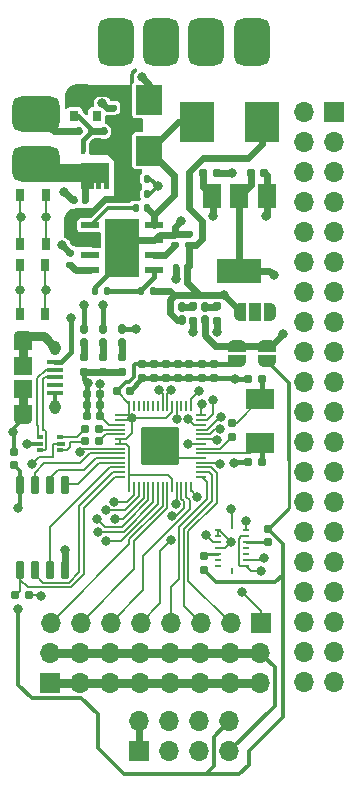
<source format=gbr>
%TF.GenerationSoftware,KiCad,Pcbnew,(6.0.0-0)*%
%TF.CreationDate,2022-10-07T18:10:28-04:00*%
%TF.ProjectId,hermes_v1,6865726d-6573-45f7-9631-2e6b69636164,rev?*%
%TF.SameCoordinates,Original*%
%TF.FileFunction,Copper,L1,Top*%
%TF.FilePolarity,Positive*%
%FSLAX46Y46*%
G04 Gerber Fmt 4.6, Leading zero omitted, Abs format (unit mm)*
G04 Created by KiCad (PCBNEW (6.0.0-0)) date 2022-10-07 18:10:28*
%MOMM*%
%LPD*%
G01*
G04 APERTURE LIST*
G04 Aperture macros list*
%AMRoundRect*
0 Rectangle with rounded corners*
0 $1 Rounding radius*
0 $2 $3 $4 $5 $6 $7 $8 $9 X,Y pos of 4 corners*
0 Add a 4 corners polygon primitive as box body*
4,1,4,$2,$3,$4,$5,$6,$7,$8,$9,$2,$3,0*
0 Add four circle primitives for the rounded corners*
1,1,$1+$1,$2,$3*
1,1,$1+$1,$4,$5*
1,1,$1+$1,$6,$7*
1,1,$1+$1,$8,$9*
0 Add four rect primitives between the rounded corners*
20,1,$1+$1,$2,$3,$4,$5,0*
20,1,$1+$1,$4,$5,$6,$7,0*
20,1,$1+$1,$6,$7,$8,$9,0*
20,1,$1+$1,$8,$9,$2,$3,0*%
%AMFreePoly0*
4,1,22,0.500000,-0.750000,0.000000,-0.750000,0.000000,-0.745033,-0.079941,-0.743568,-0.215256,-0.701293,-0.333266,-0.622738,-0.424486,-0.514219,-0.481581,-0.384460,-0.499164,-0.250000,-0.500000,-0.250000,-0.500000,0.250000,-0.499164,0.250000,-0.499963,0.256109,-0.478152,0.396186,-0.417904,0.524511,-0.324060,0.630769,-0.204165,0.706417,-0.067858,0.745374,0.000000,0.744959,0.000000,0.750000,
0.500000,0.750000,0.500000,-0.750000,0.500000,-0.750000,$1*%
%AMFreePoly1*
4,1,20,0.000000,0.744959,0.073905,0.744508,0.209726,0.703889,0.328688,0.626782,0.421226,0.519385,0.479903,0.390333,0.500000,0.250000,0.500000,-0.250000,0.499851,-0.262216,0.476331,-0.402017,0.414519,-0.529596,0.319384,-0.634700,0.198574,-0.708877,0.061801,-0.746166,0.000000,-0.745033,0.000000,-0.750000,-0.500000,-0.750000,-0.500000,0.750000,0.000000,0.750000,0.000000,0.744959,
0.000000,0.744959,$1*%
%AMFreePoly2*
4,1,22,0.550000,-0.750000,0.000000,-0.750000,0.000000,-0.745033,-0.079941,-0.743568,-0.215256,-0.701293,-0.333266,-0.622738,-0.424486,-0.514219,-0.481581,-0.384460,-0.499164,-0.250000,-0.500000,-0.250000,-0.500000,0.250000,-0.499164,0.250000,-0.499963,0.256109,-0.478152,0.396186,-0.417904,0.524511,-0.324060,0.630769,-0.204165,0.706417,-0.067858,0.745374,0.000000,0.744959,0.000000,0.750000,
0.550000,0.750000,0.550000,-0.750000,0.550000,-0.750000,$1*%
%AMFreePoly3*
4,1,20,0.000000,0.744959,0.073905,0.744508,0.209726,0.703889,0.328688,0.626782,0.421226,0.519385,0.479903,0.390333,0.500000,0.250000,0.500000,-0.250000,0.499851,-0.262216,0.476331,-0.402017,0.414519,-0.529596,0.319384,-0.634700,0.198574,-0.708877,0.061801,-0.746166,0.000000,-0.745033,0.000000,-0.750000,-0.550000,-0.750000,-0.550000,0.750000,0.000000,0.750000,0.000000,0.744959,
0.000000,0.744959,$1*%
%AMFreePoly4*
4,1,17,1.395000,0.765000,0.855000,0.765000,0.855000,0.535000,1.395000,0.535000,1.395000,0.115000,0.855000,0.115000,0.855000,-0.115000,1.395000,-0.115000,1.395000,-0.535000,0.855000,-0.535000,0.855000,-0.765000,1.395000,-0.765000,1.395000,-1.185000,-0.855000,-1.185000,-0.855000,1.185000,1.395000,1.185000,1.395000,0.765000,1.395000,0.765000,$1*%
G04 Aperture macros list end*
%TA.AperFunction,SMDPad,CuDef*%
%ADD10R,0.254000X0.482600*%
%TD*%
%TA.AperFunction,SMDPad,CuDef*%
%ADD11R,0.482600X0.254000*%
%TD*%
%TA.AperFunction,SMDPad,CuDef*%
%ADD12RoundRect,0.155000X0.155000X-0.212500X0.155000X0.212500X-0.155000X0.212500X-0.155000X-0.212500X0*%
%TD*%
%TA.AperFunction,SMDPad,CuDef*%
%ADD13RoundRect,0.155000X0.212500X0.155000X-0.212500X0.155000X-0.212500X-0.155000X0.212500X-0.155000X0*%
%TD*%
%TA.AperFunction,SMDPad,CuDef*%
%ADD14RoundRect,0.155000X-0.155000X0.212500X-0.155000X-0.212500X0.155000X-0.212500X0.155000X0.212500X0*%
%TD*%
%TA.AperFunction,SMDPad,CuDef*%
%ADD15RoundRect,0.160000X0.160000X-0.222500X0.160000X0.222500X-0.160000X0.222500X-0.160000X-0.222500X0*%
%TD*%
%TA.AperFunction,SMDPad,CuDef*%
%ADD16RoundRect,0.750000X1.250000X-0.750000X1.250000X0.750000X-1.250000X0.750000X-1.250000X-0.750000X0*%
%TD*%
%TA.AperFunction,SMDPad,CuDef*%
%ADD17RoundRect,0.750000X-0.750000X-1.250000X0.750000X-1.250000X0.750000X1.250000X-0.750000X1.250000X0*%
%TD*%
%TA.AperFunction,SMDPad,CuDef*%
%ADD18RoundRect,0.160000X-0.197500X-0.160000X0.197500X-0.160000X0.197500X0.160000X-0.197500X0.160000X0*%
%TD*%
%TA.AperFunction,SMDPad,CuDef*%
%ADD19RoundRect,0.160000X-0.160000X0.197500X-0.160000X-0.197500X0.160000X-0.197500X0.160000X0.197500X0*%
%TD*%
%TA.AperFunction,SMDPad,CuDef*%
%ADD20RoundRect,0.050000X0.050000X-0.387500X0.050000X0.387500X-0.050000X0.387500X-0.050000X-0.387500X0*%
%TD*%
%TA.AperFunction,SMDPad,CuDef*%
%ADD21RoundRect,0.050000X0.387500X-0.050000X0.387500X0.050000X-0.387500X0.050000X-0.387500X-0.050000X0*%
%TD*%
%TA.AperFunction,ComponentPad*%
%ADD22C,0.600000*%
%TD*%
%TA.AperFunction,SMDPad,CuDef*%
%ADD23RoundRect,0.144000X1.456000X-1.456000X1.456000X1.456000X-1.456000X1.456000X-1.456000X-1.456000X0*%
%TD*%
%TA.AperFunction,SMDPad,CuDef*%
%ADD24RoundRect,0.150000X0.150000X-0.650000X0.150000X0.650000X-0.150000X0.650000X-0.150000X-0.650000X0*%
%TD*%
%TA.AperFunction,SMDPad,CuDef*%
%ADD25R,2.400000X1.700000*%
%TD*%
%TA.AperFunction,SMDPad,CuDef*%
%ADD26RoundRect,0.750000X-1.250000X0.750000X-1.250000X-0.750000X1.250000X-0.750000X1.250000X0.750000X0*%
%TD*%
%TA.AperFunction,SMDPad,CuDef*%
%ADD27RoundRect,0.155000X-0.212500X-0.155000X0.212500X-0.155000X0.212500X0.155000X-0.212500X0.155000X0*%
%TD*%
%TA.AperFunction,SMDPad,CuDef*%
%ADD28R,0.650000X1.050000*%
%TD*%
%TA.AperFunction,SMDPad,CuDef*%
%ADD29R,1.350000X0.400000*%
%TD*%
%TA.AperFunction,ComponentPad*%
%ADD30O,1.550000X0.890000*%
%TD*%
%TA.AperFunction,SMDPad,CuDef*%
%ADD31R,1.550000X1.500000*%
%TD*%
%TA.AperFunction,ComponentPad*%
%ADD32O,0.950000X1.250000*%
%TD*%
%TA.AperFunction,SMDPad,CuDef*%
%ADD33R,1.550000X1.200000*%
%TD*%
%TA.AperFunction,SMDPad,CuDef*%
%ADD34RoundRect,0.160000X0.160000X-0.197500X0.160000X0.197500X-0.160000X0.197500X-0.160000X-0.197500X0*%
%TD*%
%TA.AperFunction,SMDPad,CuDef*%
%ADD35FreePoly0,270.000000*%
%TD*%
%TA.AperFunction,SMDPad,CuDef*%
%ADD36FreePoly1,270.000000*%
%TD*%
%TA.AperFunction,SMDPad,CuDef*%
%ADD37RoundRect,0.160000X-0.160000X0.222500X-0.160000X-0.222500X0.160000X-0.222500X0.160000X0.222500X0*%
%TD*%
%TA.AperFunction,SMDPad,CuDef*%
%ADD38R,0.500000X0.375000*%
%TD*%
%TA.AperFunction,SMDPad,CuDef*%
%ADD39R,0.650000X0.300000*%
%TD*%
%TA.AperFunction,SMDPad,CuDef*%
%ADD40FreePoly2,180.000000*%
%TD*%
%TA.AperFunction,SMDPad,CuDef*%
%ADD41R,1.000000X1.500000*%
%TD*%
%TA.AperFunction,SMDPad,CuDef*%
%ADD42FreePoly3,180.000000*%
%TD*%
%TA.AperFunction,SMDPad,CuDef*%
%ADD43RoundRect,0.140000X-0.140000X-0.170000X0.140000X-0.170000X0.140000X0.170000X-0.140000X0.170000X0*%
%TD*%
%TA.AperFunction,SMDPad,CuDef*%
%ADD44R,2.950000X3.500000*%
%TD*%
%TA.AperFunction,SMDPad,CuDef*%
%ADD45RoundRect,0.140000X0.170000X-0.140000X0.170000X0.140000X-0.170000X0.140000X-0.170000X-0.140000X0*%
%TD*%
%TA.AperFunction,SMDPad,CuDef*%
%ADD46RoundRect,0.135000X0.135000X0.185000X-0.135000X0.185000X-0.135000X-0.185000X0.135000X-0.185000X0*%
%TD*%
%TA.AperFunction,SMDPad,CuDef*%
%ADD47R,1.550000X0.600000*%
%TD*%
%TA.AperFunction,SMDPad,CuDef*%
%ADD48R,2.950000X4.900000*%
%TD*%
%TA.AperFunction,SMDPad,CuDef*%
%ADD49RoundRect,0.135000X0.185000X-0.135000X0.185000X0.135000X-0.185000X0.135000X-0.185000X-0.135000X0*%
%TD*%
%TA.AperFunction,ComponentPad*%
%ADD50R,1.700000X1.700000*%
%TD*%
%TA.AperFunction,ComponentPad*%
%ADD51O,1.700000X1.700000*%
%TD*%
%TA.AperFunction,SMDPad,CuDef*%
%ADD52RoundRect,0.140000X-0.170000X0.140000X-0.170000X-0.140000X0.170000X-0.140000X0.170000X0.140000X0*%
%TD*%
%TA.AperFunction,SMDPad,CuDef*%
%ADD53RoundRect,0.140000X0.140000X0.170000X-0.140000X0.170000X-0.140000X-0.170000X0.140000X-0.170000X0*%
%TD*%
%TA.AperFunction,SMDPad,CuDef*%
%ADD54R,0.420000X0.700000*%
%TD*%
%TA.AperFunction,SMDPad,CuDef*%
%ADD55FreePoly4,270.000000*%
%TD*%
%TA.AperFunction,SMDPad,CuDef*%
%ADD56R,0.800000X0.900000*%
%TD*%
%TA.AperFunction,SMDPad,CuDef*%
%ADD57R,1.500000X2.000000*%
%TD*%
%TA.AperFunction,SMDPad,CuDef*%
%ADD58R,3.800000X2.000000*%
%TD*%
%TA.AperFunction,SMDPad,CuDef*%
%ADD59R,2.300000X2.500000*%
%TD*%
%TA.AperFunction,ViaPad*%
%ADD60C,0.800000*%
%TD*%
%TA.AperFunction,Conductor*%
%ADD61C,0.200000*%
%TD*%
%TA.AperFunction,Conductor*%
%ADD62C,0.205740*%
%TD*%
%TA.AperFunction,Conductor*%
%ADD63C,0.300000*%
%TD*%
%TA.AperFunction,Conductor*%
%ADD64C,0.250000*%
%TD*%
%TA.AperFunction,Conductor*%
%ADD65C,0.400000*%
%TD*%
%TA.AperFunction,Conductor*%
%ADD66C,0.600000*%
%TD*%
%TA.AperFunction,Conductor*%
%ADD67C,0.350000*%
%TD*%
%TA.AperFunction,Conductor*%
%ADD68C,0.800000*%
%TD*%
%TA.AperFunction,Conductor*%
%ADD69C,0.450000*%
%TD*%
%TA.AperFunction,Conductor*%
%ADD70C,1.500000*%
%TD*%
G04 APERTURE END LIST*
D10*
%TO.P,U1,16,INT1*%
%TO.N,unconnected-(U1-Pad16)*%
X258617828Y-81798950D03*
D11*
%TO.P,U1,15,SDO1*%
%TO.N,FC_SPI0_MISO*%
X259773528Y-81387650D03*
%TO.P,U1,14,CSB1*%
%TO.N,FC_SPI0_CS1*%
X259773528Y-80887651D03*
%TO.P,U1,13,INT4*%
%TO.N,unconnected-(U1-Pad13)*%
X259773528Y-80387649D03*
%TO.P,U1,12,INT3*%
%TO.N,unconnected-(U1-Pad12)*%
X259773528Y-79887650D03*
%TO.P,U1,11,VDDIO*%
%TO.N,Net-(C2-Pad1)*%
X259773528Y-79387651D03*
%TO.P,U1,10,SDO2*%
%TO.N,FC_SPI0_MISO*%
X259773528Y-78887649D03*
%TO.P,U1,9,SDA/SDI*%
%TO.N,FC_SPI0_MOSI*%
X259773528Y-78387650D03*
D10*
%TO.P,U1,8,SCL/SCK*%
%TO.N,FC_SPI0_SCK*%
X258617828Y-77976350D03*
D11*
%TO.P,U1,7,PS*%
%TO.N,GND*%
X257462128Y-78387650D03*
%TO.P,U1,6,GNDIO*%
X257462128Y-78887649D03*
%TO.P,U1,5,CSB2*%
%TO.N,FC_SPI0_CS2*%
X257462128Y-79387651D03*
%TO.P,U1,4,GNDA*%
%TO.N,GND*%
X257462128Y-79887650D03*
%TO.P,U1,3,VDD*%
%TO.N,Net-(C1-Pad2)*%
X257462128Y-80387649D03*
%TO.P,U1,2,NC*%
%TO.N,unconnected-(U1-Pad2)*%
X257462128Y-80887651D03*
%TO.P,U1,1,INT2*%
%TO.N,unconnected-(U1-Pad1)*%
X257462128Y-81387650D03*
%TD*%
D12*
%TO.P,C2,1*%
%TO.N,Net-(C2-Pad1)*%
X261640000Y-79377500D03*
%TO.P,C2,2*%
%TO.N,3V3_IO*%
X261640000Y-78242500D03*
%TD*%
%TO.P,C1,1*%
%TO.N,3V3_IO*%
X256200000Y-81707500D03*
%TO.P,C1,2*%
%TO.N,Net-(C1-Pad2)*%
X256200000Y-80572500D03*
%TD*%
D13*
%TO.P,C6,1*%
%TO.N,+1V1*%
X247460000Y-67775000D03*
%TO.P,C6,2*%
%TO.N,GND*%
X246325000Y-67775000D03*
%TD*%
%TO.P,C8,1*%
%TO.N,+1V1*%
X247460000Y-66825000D03*
%TO.P,C8,2*%
%TO.N,GND*%
X246325000Y-66825000D03*
%TD*%
D14*
%TO.P,C11,1*%
%TO.N,/FlightControlComputer/3V_MCU*%
X256050000Y-64320000D03*
%TO.P,C11,2*%
%TO.N,GND*%
X256050000Y-65455000D03*
%TD*%
%TO.P,C12,1*%
%TO.N,/FlightControlComputer/3V_MCU*%
X255000000Y-64320000D03*
%TO.P,C12,2*%
%TO.N,GND*%
X255000000Y-65455000D03*
%TD*%
%TO.P,C13,1*%
%TO.N,/FlightControlComputer/3V_MCU*%
X254000000Y-64320000D03*
%TO.P,C13,2*%
%TO.N,GND*%
X254000000Y-65455000D03*
%TD*%
%TO.P,C14,1*%
%TO.N,/FlightControlComputer/3V_MCU*%
X253000000Y-64320000D03*
%TO.P,C14,2*%
%TO.N,GND*%
X253000000Y-65455000D03*
%TD*%
%TO.P,C15,1*%
%TO.N,/FlightControlComputer/3V_MCU*%
X252000000Y-64320000D03*
%TO.P,C15,2*%
%TO.N,GND*%
X252000000Y-65455000D03*
%TD*%
%TO.P,C16,1*%
%TO.N,/FlightControlComputer/3V_MCU*%
X251000000Y-64320000D03*
%TO.P,C16,2*%
%TO.N,GND*%
X251000000Y-65455000D03*
%TD*%
D13*
%TO.P,C17,1*%
%TO.N,FC_XIN*%
X261108750Y-72625000D03*
%TO.P,C17,2*%
%TO.N,GND*%
X259973750Y-72625000D03*
%TD*%
%TO.P,C18,1*%
%TO.N,Net-(C18-Pad1)*%
X261133750Y-65592500D03*
%TO.P,C18,2*%
%TO.N,GND*%
X259998750Y-65592500D03*
%TD*%
D12*
%TO.P,C19,1*%
%TO.N,3V3_IO*%
X240125000Y-72842500D03*
%TO.P,C19,2*%
%TO.N,GND*%
X240125000Y-71707500D03*
%TD*%
D15*
%TO.P,D2,1,K*%
%TO.N,Net-(D2-Pad1)*%
X249300000Y-62510000D03*
%TO.P,D2,2,A*%
%TO.N,FC_STATUS_BLUE*%
X249300000Y-61365000D03*
%TD*%
%TO.P,D3,1,K*%
%TO.N,Net-(D3-Pad1)*%
X247700000Y-62510000D03*
%TO.P,D3,2,A*%
%TO.N,FC_STATUS_RED*%
X247700000Y-61365000D03*
%TD*%
%TO.P,D4,1,K*%
%TO.N,Net-(D4-Pad1)*%
X246100000Y-62510000D03*
%TO.P,D4,2,A*%
%TO.N,FC_STATUS_GREEN*%
X246100000Y-61365000D03*
%TD*%
D16*
%TO.P,P4,1,PAD*%
%TO.N,GND*%
X242000000Y-43100000D03*
%TD*%
D17*
%TO.P,P1,1,PAD*%
%TO.N,VCC*%
X252600000Y-37025000D03*
%TD*%
%TO.P,P2,1,PAD*%
%TO.N,GND*%
X248750000Y-37025000D03*
%TD*%
D18*
%TO.P,R7,1*%
%TO.N,FC_QSPI_SS*%
X240252500Y-83875000D03*
%TO.P,R7,2*%
%TO.N,FC_BOOTSEL*%
X241447500Y-83875000D03*
%TD*%
D19*
%TO.P,R13,1*%
%TO.N,Net-(D3-Pad1)*%
X247700000Y-63740000D03*
%TO.P,R13,2*%
%TO.N,GND*%
X247700000Y-64935000D03*
%TD*%
%TO.P,R14,1*%
%TO.N,Net-(D4-Pad1)*%
X246100000Y-63740000D03*
%TO.P,R14,2*%
%TO.N,GND*%
X246100000Y-64935000D03*
%TD*%
D20*
%TO.P,U3,1,IOVDD*%
%TO.N,/FlightControlComputer/3V_MCU*%
X249925000Y-74687500D03*
%TO.P,U3,2,GPIO0*%
%TO.N,FC_SPI0_MISO*%
X250325000Y-74687500D03*
%TO.P,U3,3,GPIO1*%
%TO.N,FC_SPI0_CS1*%
X250725000Y-74687500D03*
%TO.P,U3,4,GPIO2*%
%TO.N,FC_SPI0_SCK*%
X251125000Y-74687500D03*
%TO.P,U3,5,GPIO3*%
%TO.N,FC_SPI0_MOSI*%
X251525000Y-74687500D03*
%TO.P,U3,6,GPIO4*%
%TO.N,FC_I2C0_SDA*%
X251925000Y-74687500D03*
%TO.P,U3,7,GPIO5*%
%TO.N,FC_I2C0_SCL*%
X252325000Y-74687500D03*
%TO.P,U3,8,GPIO6*%
%TO.N,FC_RADIO_PPM*%
X252725000Y-74687500D03*
%TO.P,U3,9,GPIO7*%
%TO.N,FC_SERVO_7*%
X253125000Y-74687500D03*
%TO.P,U3,10,IOVDD*%
%TO.N,/FlightControlComputer/3V_MCU*%
X253525000Y-74687500D03*
%TO.P,U3,11,GPIO8*%
%TO.N,FC_UART1_TX*%
X253925000Y-74687500D03*
%TO.P,U3,12,GPIO9*%
%TO.N,FC_UART1_RX*%
X254325000Y-74687500D03*
%TO.P,U3,13,GPIO10*%
%TO.N,FC_SERVO_6*%
X254725000Y-74687500D03*
%TO.P,U3,14,GPIO11*%
%TO.N,FC_SERVO_5*%
X255125000Y-74687500D03*
D21*
%TO.P,U3,15,GPIO12*%
%TO.N,FC_SERVO_4*%
X255962500Y-73850000D03*
%TO.P,U3,16,GPIO13*%
%TO.N,FC_SERVO_3*%
X255962500Y-73450000D03*
%TO.P,U3,17,GPIO14*%
%TO.N,FC_SERVO_2*%
X255962500Y-73050000D03*
%TO.P,U3,18,GPIO15*%
%TO.N,FC_SERVO_1*%
X255962500Y-72650000D03*
%TO.P,U3,19,TESTEN*%
%TO.N,GND*%
X255962500Y-72250000D03*
%TO.P,U3,20,XIN*%
%TO.N,FC_XIN*%
X255962500Y-71850000D03*
%TO.P,U3,21,XOUT*%
%TO.N,FC_XOUT*%
X255962500Y-71450000D03*
%TO.P,U3,22,IOVDD*%
%TO.N,/FlightControlComputer/3V_MCU*%
X255962500Y-71050000D03*
%TO.P,U3,23,DVDD*%
%TO.N,+1V1*%
X255962500Y-70650000D03*
%TO.P,U3,24,SWCLK*%
%TO.N,FC_SWCLK*%
X255962500Y-70250000D03*
%TO.P,U3,25,SWD*%
%TO.N,FC_SWD*%
X255962500Y-69850000D03*
%TO.P,U3,26,RUN*%
%TO.N,FC_RUN*%
X255962500Y-69450000D03*
%TO.P,U3,27,GPIO16*%
%TO.N,FC_UART0_TX*%
X255962500Y-69050000D03*
%TO.P,U3,28,GPIO17*%
%TO.N,FC_UART0_RX*%
X255962500Y-68650000D03*
D20*
%TO.P,U3,29,GPIO18*%
%TO.N,FC_SPI0_CS2*%
X255125000Y-67812500D03*
%TO.P,U3,30,GPIO19*%
%TO.N,FC_GPIO19*%
X254725000Y-67812500D03*
%TO.P,U3,31,GPIO20*%
%TO.N,FC_GPIO20*%
X254325000Y-67812500D03*
%TO.P,U3,32,GPIO21*%
%TO.N,FC_STATUS_RED*%
X253925000Y-67812500D03*
%TO.P,U3,33,IOVDD*%
%TO.N,/FlightControlComputer/3V_MCU*%
X253525000Y-67812500D03*
%TO.P,U3,34,GPIO22*%
%TO.N,FC_STATUS_GREEN*%
X253125000Y-67812500D03*
%TO.P,U3,35,GPIO23*%
%TO.N,FC_STATUS_BLUE*%
X252725000Y-67812500D03*
%TO.P,U3,36,GPIO24*%
%TO.N,FC_GPIO24*%
X252325000Y-67812500D03*
%TO.P,U3,37,GPIO25*%
%TO.N,FC_GPIO25*%
X251925000Y-67812500D03*
%TO.P,U3,38,GPIO26_ADC0*%
%TO.N,FC_I2C1_SDA*%
X251525000Y-67812500D03*
%TO.P,U3,39,GPIO27_ADC1*%
%TO.N,FC_I2C1_SCL*%
X251125000Y-67812500D03*
%TO.P,U3,40,GPIO28_ADC2*%
%TO.N,FC_GPIO28_ADC2*%
X250725000Y-67812500D03*
%TO.P,U3,41,GPIO29_ADC3*%
%TO.N,FC_GPIO29_ADC3*%
X250325000Y-67812500D03*
%TO.P,U3,42,IOVDD*%
%TO.N,/FlightControlComputer/3V_MCU*%
X249925000Y-67812500D03*
D21*
%TO.P,U3,43,ADC_AVDD*%
X249087500Y-68650000D03*
%TO.P,U3,44,VREG_IN*%
X249087500Y-69050000D03*
%TO.P,U3,45,VREG_VOUT*%
%TO.N,+1V1*%
X249087500Y-69450000D03*
%TO.P,U3,46,USB_DM*%
%TO.N,/FlightControlComputer/USB-*%
X249087500Y-69850000D03*
%TO.P,U3,47,USB_DP*%
%TO.N,/FlightControlComputer/USB+*%
X249087500Y-70250000D03*
%TO.P,U3,48,USB_VDD*%
%TO.N,/FlightControlComputer/3V_MCU*%
X249087500Y-70650000D03*
%TO.P,U3,49,IOVDD*%
X249087500Y-71050000D03*
%TO.P,U3,50,DVDD*%
%TO.N,+1V1*%
X249087500Y-71450000D03*
%TO.P,U3,51,QSPI_SD3*%
%TO.N,FC_QSPI_SD3*%
X249087500Y-71850000D03*
%TO.P,U3,52,QSPI_SCLK*%
%TO.N,FC_QSPI_SCLK*%
X249087500Y-72250000D03*
%TO.P,U3,53,QSPI_SD0*%
%TO.N,FC_QSPI_SD0*%
X249087500Y-72650000D03*
%TO.P,U3,54,QSPI_SD2*%
%TO.N,FC_QSPI_SD2*%
X249087500Y-73050000D03*
%TO.P,U3,55,QSPI_SD1*%
%TO.N,FC_QSPI_SD1*%
X249087500Y-73450000D03*
%TO.P,U3,56,QSPI_SS*%
%TO.N,FC_QSPI_SS*%
X249087500Y-73850000D03*
D22*
%TO.P,U3,57,GND*%
%TO.N,GND*%
X252525000Y-69975000D03*
X253800000Y-69975000D03*
X252525000Y-72525000D03*
X253800000Y-72525000D03*
X251250000Y-72525000D03*
D23*
X252525000Y-71250000D03*
D22*
X251250000Y-69975000D03*
X253800000Y-71250000D03*
X251250000Y-71250000D03*
X252525000Y-71250000D03*
%TD*%
D24*
%TO.P,U4,1,~{CS}*%
%TO.N,FC_QSPI_SS*%
X240645000Y-81700000D03*
%TO.P,U4,2,DO(IO1)*%
%TO.N,FC_QSPI_SD1*%
X241915000Y-81700000D03*
%TO.P,U4,3,IO2*%
%TO.N,FC_QSPI_SD2*%
X243185000Y-81700000D03*
%TO.P,U4,4,GND*%
%TO.N,GND*%
X244455000Y-81700000D03*
%TO.P,U4,5,DI(IO0)*%
%TO.N,FC_QSPI_SD0*%
X244455000Y-74500000D03*
%TO.P,U4,6,CLK*%
%TO.N,FC_QSPI_SCLK*%
X243185000Y-74500000D03*
%TO.P,U4,7,IO3*%
%TO.N,FC_QSPI_SD3*%
X241915000Y-74500000D03*
%TO.P,U4,8,VCC*%
%TO.N,3V3_IO*%
X240645000Y-74500000D03*
%TD*%
D25*
%TO.P,Y1,1,1*%
%TO.N,FC_XIN*%
X261000000Y-70975000D03*
%TO.P,Y1,2,2*%
%TO.N,Net-(C18-Pad1)*%
X261000000Y-67275000D03*
%TD*%
D26*
%TO.P,P3,1,PAD*%
%TO.N,VCC*%
X242000000Y-47400000D03*
%TD*%
D17*
%TO.P,P6,1,PAD*%
%TO.N,GND*%
X260300000Y-37025000D03*
%TD*%
%TO.P,P5,1,PAD*%
%TO.N,VCC*%
X256400000Y-37025000D03*
%TD*%
D27*
%TO.P,C9,1*%
%TO.N,/FlightControlComputer/3V_MCU*%
X248832500Y-66550000D03*
%TO.P,C9,2*%
%TO.N,GND*%
X249967500Y-66550000D03*
%TD*%
D18*
%TO.P,R3,1*%
%TO.N,FC_USB_D+*%
X246155000Y-70830000D03*
%TO.P,R3,2*%
%TO.N,/FlightControlComputer/USB+*%
X247350000Y-70830000D03*
%TD*%
D28*
%TO.P,SW1,1,1*%
%TO.N,FC_BOOTSEL*%
X240650000Y-55925000D03*
X240650000Y-60075000D03*
%TO.P,SW1,2,2*%
%TO.N,GND*%
X242800000Y-55925000D03*
X242800000Y-60075000D03*
%TD*%
D29*
%TO.P,J2,1,VBUS*%
%TO.N,FC_USB_VBUS*%
X243650000Y-64125000D03*
%TO.P,J2,2,D-*%
%TO.N,/FCC Peripherals/d-*%
X243650000Y-64775000D03*
%TO.P,J2,3,D+*%
%TO.N,/FCC Peripherals/d+*%
X243650000Y-65425000D03*
%TO.P,J2,4,ID*%
%TO.N,unconnected-(J2-Pad4)*%
X243650000Y-66075000D03*
%TO.P,J2,5,GND*%
%TO.N,GND*%
X243650000Y-66725000D03*
D30*
%TO.P,J2,6,Shield*%
X240950000Y-68925000D03*
X240950000Y-61925000D03*
D31*
X240950000Y-64425000D03*
D32*
X243650000Y-62925000D03*
D31*
X240950000Y-66425000D03*
D33*
X240950000Y-62525000D03*
D32*
X243650000Y-67925000D03*
D33*
X240950000Y-68325000D03*
%TD*%
D34*
%TO.P,R9,1*%
%TO.N,FC_XOUT*%
X258600000Y-70472500D03*
%TO.P,R9,2*%
%TO.N,Net-(C18-Pad1)*%
X258600000Y-69277500D03*
%TD*%
D14*
%TO.P,C10,1*%
%TO.N,/FlightControlComputer/3V_MCU*%
X257100000Y-64320000D03*
%TO.P,C10,2*%
%TO.N,GND*%
X257100000Y-65455000D03*
%TD*%
D35*
%TO.P,JP3,1,A*%
%TO.N,+3V3*%
X261600000Y-62750000D03*
D36*
%TO.P,JP3,2,B*%
%TO.N,3V3_IO*%
X261600000Y-64050000D03*
%TD*%
D35*
%TO.P,JP2,1,A*%
%TO.N,+3V3*%
X259000000Y-62750000D03*
D36*
%TO.P,JP2,2,B*%
%TO.N,/FlightControlComputer/3V_MCU*%
X259000000Y-64050000D03*
%TD*%
D28*
%TO.P,SW2,1,1*%
%TO.N,FC_RUN*%
X242825000Y-54162500D03*
X242825000Y-50012500D03*
%TO.P,SW2,2,2*%
%TO.N,GND*%
X240675000Y-54162500D03*
X240675000Y-50012500D03*
%TD*%
D13*
%TO.P,C7,1*%
%TO.N,+1V1*%
X247460000Y-68725000D03*
%TO.P,C7,2*%
%TO.N,GND*%
X246325000Y-68725000D03*
%TD*%
D19*
%TO.P,R12,1*%
%TO.N,Net-(D2-Pad1)*%
X249300000Y-63740000D03*
%TO.P,R12,2*%
%TO.N,GND*%
X249300000Y-64935000D03*
%TD*%
%TO.P,R15,1*%
%TO.N,Net-(D5-Pad1)*%
X257315000Y-59420000D03*
%TO.P,R15,2*%
%TO.N,GND*%
X257315000Y-60615000D03*
%TD*%
%TO.P,R16,1*%
%TO.N,Net-(D6-Pad1)*%
X255340000Y-59420000D03*
%TO.P,R16,2*%
%TO.N,GND*%
X255340000Y-60615000D03*
%TD*%
D37*
%TO.P,D5,1,K*%
%TO.N,Net-(D5-Pad1)*%
X256315000Y-59445000D03*
%TO.P,D5,2,A*%
%TO.N,+3V3*%
X256315000Y-60590000D03*
%TD*%
%TO.P,D6,1,K*%
%TO.N,Net-(D6-Pad1)*%
X254365000Y-59445000D03*
%TO.P,D6,2,A*%
%TO.N,+5V*%
X254365000Y-60590000D03*
%TD*%
D18*
%TO.P,R4,1*%
%TO.N,FC_USB_D-*%
X246155000Y-69800000D03*
%TO.P,R4,2*%
%TO.N,/FlightControlComputer/USB-*%
X247350000Y-69800000D03*
%TD*%
D38*
%TO.P,U7,1,I/O1*%
%TO.N,FC_USB_D+*%
X244025000Y-71587500D03*
D39*
%TO.P,U7,2,GND*%
%TO.N,GND*%
X244100000Y-71050000D03*
D38*
%TO.P,U7,3,I/O2*%
%TO.N,FC_USB_D-*%
X244025000Y-70512500D03*
%TO.P,U7,4,I/O2*%
%TO.N,/FCC Peripherals/d-*%
X242325000Y-70512500D03*
D39*
%TO.P,U7,5,VBUS*%
%TO.N,FC_USB_VBUS*%
X242250000Y-71050000D03*
D38*
%TO.P,U7,6,I/O1*%
%TO.N,/FCC Peripherals/d+*%
X242325000Y-71587500D03*
%TD*%
D40*
%TO.P,JP1,1,A*%
%TO.N,FC_USB_VBUS*%
X261850000Y-59900000D03*
D41*
%TO.P,JP1,2,C*%
%TO.N,REG_5VIN*%
X260550000Y-59900000D03*
D42*
%TO.P,JP1,3,B*%
%TO.N,+5V*%
X259250000Y-59900000D03*
%TD*%
D43*
%TO.P,C24,1*%
%TO.N,GND*%
X253870000Y-56150000D03*
%TO.P,C24,2*%
%TO.N,+5V*%
X254830000Y-56150000D03*
%TD*%
D44*
%TO.P,L2,1*%
%TO.N,Net-(C32-Pad2)*%
X255675000Y-43800000D03*
%TO.P,L2,2*%
%TO.N,+5V*%
X261125000Y-43800000D03*
%TD*%
D27*
%TO.P,C3,1*%
%TO.N,REG_5VIN*%
X256182500Y-48125000D03*
%TO.P,C3,2*%
%TO.N,GND*%
X257317500Y-48125000D03*
%TD*%
%TO.P,C5,1*%
%TO.N,+3V3*%
X260207500Y-48125000D03*
%TO.P,C5,2*%
%TO.N,GND*%
X261342500Y-48125000D03*
%TD*%
D45*
%TO.P,C31,1*%
%TO.N,Net-(C31-Pad1)*%
X253750000Y-54230000D03*
%TO.P,C31,2*%
%TO.N,GND*%
X253750000Y-53270000D03*
%TD*%
D46*
%TO.P,R8,1*%
%TO.N,+5V*%
X251910000Y-58125000D03*
%TO.P,R8,2*%
%TO.N,FB*%
X250890000Y-58125000D03*
%TD*%
D47*
%TO.P,U6,1,PGND*%
%TO.N,Net-(C32-Pad1)*%
X246600000Y-52545000D03*
%TO.P,U6,2,VIN*%
%TO.N,/+12v*%
X246600000Y-53815000D03*
%TO.P,U6,3,EN*%
%TO.N,unconnected-(U6-Pad3)*%
X246600000Y-55085000D03*
%TO.P,U6,4,PG*%
%TO.N,Net-(R10-Pad1)*%
X246600000Y-56355000D03*
%TO.P,U6,5,FB*%
%TO.N,FB*%
X252000000Y-56355000D03*
%TO.P,U6,6,VCC*%
%TO.N,Net-(C31-Pad1)*%
X252000000Y-55085000D03*
%TO.P,U6,7,BOOT*%
%TO.N,GND*%
X252000000Y-53815000D03*
%TO.P,U6,8,SW*%
%TO.N,Net-(C32-Pad2)*%
X252000000Y-52545000D03*
D22*
%TO.P,U6,9,AGND*%
%TO.N,GND*%
X249950000Y-52500000D03*
X249950000Y-55100000D03*
X248650000Y-52500000D03*
X249950000Y-53800000D03*
X248650000Y-56400000D03*
D48*
X249300000Y-54450000D03*
D22*
X249950000Y-56400000D03*
X248650000Y-53800000D03*
X248650000Y-55100000D03*
%TD*%
D49*
%TO.P,R10,1*%
%TO.N,Net-(R10-Pad1)*%
X244925000Y-55885000D03*
%TO.P,R10,2*%
%TO.N,GND*%
X244925000Y-54865000D03*
%TD*%
D50*
%TO.P,J3,1,Pin_1*%
%TO.N,GND*%
X250700000Y-97100000D03*
D51*
%TO.P,J3,2,Pin_2*%
X250700000Y-94560000D03*
%TO.P,J3,3,Pin_3*%
%TO.N,FC_UART0_RX*%
X253240000Y-97100000D03*
%TO.P,J3,4,Pin_4*%
%TO.N,FC_UART1_RX*%
X253240000Y-94560000D03*
%TO.P,J3,5,Pin_5*%
%TO.N,FC_UART0_TX*%
X255780000Y-97100000D03*
%TO.P,J3,6,Pin_6*%
%TO.N,FC_UART1_TX*%
X255780000Y-94560000D03*
%TO.P,J3,7,Pin_7*%
%TO.N,+5V*%
X258320000Y-97100000D03*
%TO.P,J3,8,Pin_8*%
%TO.N,3V3_IO*%
X258320000Y-94560000D03*
%TD*%
D52*
%TO.P,C27,1*%
%TO.N,GND*%
X254950000Y-53270000D03*
%TO.P,C27,2*%
%TO.N,+5V*%
X254950000Y-54230000D03*
%TD*%
D50*
%TO.P,J1,1,Pin_1*%
%TO.N,+5V*%
X267275000Y-42965000D03*
D51*
%TO.P,J1,2,Pin_2*%
%TO.N,unconnected-(J1-Pad2)*%
X264735000Y-42965000D03*
%TO.P,J1,3,Pin_3*%
%TO.N,+5V*%
X267275000Y-45505000D03*
%TO.P,J1,4,Pin_4*%
%TO.N,FC_I2C0_SDA*%
X264735000Y-45505000D03*
%TO.P,J1,5,Pin_5*%
%TO.N,GND*%
X267275000Y-48045000D03*
%TO.P,J1,6,Pin_6*%
%TO.N,FC_I2C0_SCL*%
X264735000Y-48045000D03*
%TO.P,J1,7,Pin_7*%
%TO.N,unconnected-(J1-Pad7)*%
X267275000Y-50585000D03*
%TO.P,J1,8,Pin_8*%
%TO.N,unconnected-(J1-Pad8)*%
X264735000Y-50585000D03*
%TO.P,J1,9,Pin_9*%
%TO.N,unconnected-(J1-Pad9)*%
X267275000Y-53125000D03*
%TO.P,J1,10,Pin_10*%
%TO.N,GND*%
X264735000Y-53125000D03*
%TO.P,J1,11,Pin_11*%
%TO.N,unconnected-(J1-Pad11)*%
X267275000Y-55665000D03*
%TO.P,J1,12,Pin_12*%
%TO.N,unconnected-(J1-Pad12)*%
X264735000Y-55665000D03*
%TO.P,J1,13,Pin_13*%
%TO.N,unconnected-(J1-Pad13)*%
X267275000Y-58205000D03*
%TO.P,J1,14,Pin_14*%
%TO.N,unconnected-(J1-Pad14)*%
X264735000Y-58205000D03*
%TO.P,J1,15,Pin_15*%
%TO.N,unconnected-(J1-Pad15)*%
X267275000Y-60745000D03*
%TO.P,J1,16,Pin_16*%
%TO.N,unconnected-(J1-Pad16)*%
X264735000Y-60745000D03*
%TO.P,J1,17,Pin_17*%
%TO.N,unconnected-(J1-Pad17)*%
X267275000Y-63285000D03*
%TO.P,J1,18,Pin_18*%
%TO.N,unconnected-(J1-Pad18)*%
X264735000Y-63285000D03*
%TO.P,J1,19,Pin_19*%
%TO.N,GND*%
X267275000Y-65825000D03*
%TO.P,J1,20,Pin_20*%
%TO.N,unconnected-(J1-Pad20)*%
X264735000Y-65825000D03*
%TO.P,J1,21,Pin_21*%
%TO.N,unconnected-(J1-Pad21)*%
X267275000Y-68365000D03*
%TO.P,J1,22,Pin_22*%
%TO.N,unconnected-(J1-Pad22)*%
X264735000Y-68365000D03*
%TO.P,J1,23,Pin_23*%
%TO.N,unconnected-(J1-Pad23)*%
X267275000Y-70905000D03*
%TO.P,J1,24,Pin_24*%
%TO.N,unconnected-(J1-Pad24)*%
X264735000Y-70905000D03*
%TO.P,J1,25,Pin_25*%
%TO.N,unconnected-(J1-Pad25)*%
X267275000Y-73445000D03*
%TO.P,J1,26,Pin_26*%
%TO.N,GND*%
X264735000Y-73445000D03*
%TO.P,J1,27,Pin_27*%
%TO.N,unconnected-(J1-Pad27)*%
X267275000Y-75985000D03*
%TO.P,J1,28,Pin_28*%
%TO.N,unconnected-(J1-Pad28)*%
X264735000Y-75985000D03*
%TO.P,J1,29,Pin_29*%
%TO.N,GND*%
X267275000Y-78525000D03*
%TO.P,J1,30,Pin_30*%
%TO.N,unconnected-(J1-Pad30)*%
X264735000Y-78525000D03*
%TO.P,J1,31,Pin_31*%
%TO.N,unconnected-(J1-Pad31)*%
X267275000Y-81065000D03*
%TO.P,J1,32,Pin_32*%
%TO.N,unconnected-(J1-Pad32)*%
X264735000Y-81065000D03*
%TO.P,J1,33,Pin_33*%
%TO.N,GND*%
X267275000Y-83605000D03*
%TO.P,J1,34,Pin_34*%
%TO.N,unconnected-(J1-Pad34)*%
X264735000Y-83605000D03*
%TO.P,J1,35,Pin_35*%
%TO.N,unconnected-(J1-Pad35)*%
X267275000Y-86145000D03*
%TO.P,J1,36,Pin_36*%
%TO.N,unconnected-(J1-Pad36)*%
X264735000Y-86145000D03*
%TO.P,J1,37,Pin_37*%
%TO.N,unconnected-(J1-Pad37)*%
X267275000Y-88685000D03*
%TO.P,J1,38,Pin_38*%
%TO.N,unconnected-(J1-Pad38)*%
X264735000Y-88685000D03*
%TO.P,J1,39,Pin_39*%
%TO.N,unconnected-(J1-Pad39)*%
X267275000Y-91225000D03*
%TO.P,J1,40,Pin_40*%
%TO.N,GND*%
X264735000Y-91225000D03*
%TD*%
D53*
%TO.P,C28,1*%
%TO.N,VCC*%
X246180000Y-50425000D03*
%TO.P,C28,2*%
%TO.N,GND*%
X245220000Y-50425000D03*
%TD*%
D45*
%TO.P,C30,1*%
%TO.N,/+12v*%
X248550000Y-43555000D03*
%TO.P,C30,2*%
%TO.N,GND*%
X248550000Y-42595000D03*
%TD*%
D43*
%TO.P,C32,1*%
%TO.N,Net-(C32-Pad1)*%
X250445000Y-51075000D03*
%TO.P,C32,2*%
%TO.N,Net-(C32-Pad2)*%
X251405000Y-51075000D03*
%TD*%
D53*
%TO.P,C29,1*%
%TO.N,/+12v*%
X248705000Y-44600000D03*
%TO.P,C29,2*%
%TO.N,Net-(C29-Pad2)*%
X247745000Y-44600000D03*
%TD*%
D46*
%TO.P,R17,1*%
%TO.N,Net-(C29-Pad2)*%
X246660000Y-44600000D03*
%TO.P,R17,2*%
%TO.N,GND*%
X245640000Y-44600000D03*
%TD*%
D54*
%TO.P,Q1,1,S*%
%TO.N,/+12v*%
X247975000Y-46150000D03*
%TO.P,Q1,2,S*%
X247325000Y-46150000D03*
%TO.P,Q1,3,S*%
X246675000Y-46150000D03*
%TO.P,Q1,4,G*%
%TO.N,Net-(C29-Pad2)*%
X246025000Y-46150000D03*
D55*
%TO.P,Q1,5,D*%
%TO.N,VCC*%
X247000000Y-48105000D03*
%TD*%
D50*
%TO.P,J8,1,Pin_1*%
%TO.N,FC_SERVO_1*%
X261025000Y-86200000D03*
D51*
%TO.P,J8,2,Pin_2*%
%TO.N,FC_SERVO_2*%
X258485000Y-86200000D03*
%TO.P,J8,3,Pin_3*%
%TO.N,FC_SERVO_3*%
X255945000Y-86200000D03*
%TO.P,J8,4,Pin_4*%
%TO.N,FC_SERVO_4*%
X253405000Y-86200000D03*
%TO.P,J8,5,Pin_5*%
%TO.N,FC_SERVO_5*%
X250865000Y-86200000D03*
%TO.P,J8,6,Pin_6*%
%TO.N,FC_SERVO_6*%
X248325000Y-86200000D03*
%TO.P,J8,7,Pin_7*%
%TO.N,FC_SERVO_7*%
X245785000Y-86200000D03*
%TO.P,J8,8,Pin_8*%
%TO.N,FC_RADIO_PPM*%
X243245000Y-86200000D03*
%TD*%
D50*
%TO.P,J9,1,Pin_1*%
%TO.N,GND*%
X243225000Y-91300000D03*
D51*
%TO.P,J9,2,Pin_2*%
%TO.N,+5V*%
X243225000Y-88760000D03*
%TO.P,J9,3,Pin_3*%
%TO.N,GND*%
X245765000Y-91300000D03*
%TO.P,J9,4,Pin_4*%
%TO.N,+5V*%
X245765000Y-88760000D03*
%TO.P,J9,5,Pin_5*%
%TO.N,GND*%
X248305000Y-91300000D03*
%TO.P,J9,6,Pin_6*%
%TO.N,+5V*%
X248305000Y-88760000D03*
%TO.P,J9,7,Pin_7*%
%TO.N,GND*%
X250845000Y-91300000D03*
%TO.P,J9,8,Pin_8*%
%TO.N,+5V*%
X250845000Y-88760000D03*
%TO.P,J9,9,Pin_9*%
%TO.N,GND*%
X253385000Y-91300000D03*
%TO.P,J9,10,Pin_10*%
%TO.N,+5V*%
X253385000Y-88760000D03*
%TO.P,J9,11,Pin_11*%
%TO.N,GND*%
X255925000Y-91300000D03*
%TO.P,J9,12,Pin_12*%
%TO.N,+5V*%
X255925000Y-88760000D03*
%TO.P,J9,13,Pin_13*%
%TO.N,GND*%
X258465000Y-91300000D03*
%TO.P,J9,14,Pin_14*%
%TO.N,+5V*%
X258465000Y-88760000D03*
%TO.P,J9,15,Pin_15*%
%TO.N,GND*%
X261005000Y-91300000D03*
%TO.P,J9,16,Pin_16*%
%TO.N,+5V*%
X261005000Y-88760000D03*
%TD*%
D43*
%TO.P,C23,1*%
%TO.N,/+12v*%
X250440000Y-49925000D03*
%TO.P,C23,2*%
%TO.N,GND*%
X251400000Y-49925000D03*
%TD*%
D56*
%TO.P,D8,*%
%TO.N,*%
X247150000Y-43325000D03*
%TO.P,D8,1,K*%
%TO.N,/+12v*%
X246200000Y-41325000D03*
%TO.P,D8,2,A*%
%TO.N,Net-(C29-Pad2)*%
X245250000Y-43325000D03*
%TD*%
D43*
%TO.P,C21,1*%
%TO.N,/+12v*%
X250440000Y-48600000D03*
%TO.P,C21,2*%
%TO.N,GND*%
X251400000Y-48600000D03*
%TD*%
D57*
%TO.P,U2,1,GND*%
%TO.N,GND*%
X261535000Y-50095000D03*
D58*
%TO.P,U2,2,VO*%
%TO.N,+3V3*%
X259235000Y-56395000D03*
D57*
X259235000Y-50095000D03*
%TO.P,U2,3,VI*%
%TO.N,REG_5VIN*%
X256935000Y-50095000D03*
%TD*%
D59*
%TO.P,D7,1,K*%
%TO.N,Net-(C32-Pad2)*%
X251600000Y-46225000D03*
%TO.P,D7,2,A*%
%TO.N,GND*%
X251600000Y-41925000D03*
%TD*%
D46*
%TO.P,R11,1*%
%TO.N,FB*%
X248010000Y-58100000D03*
%TO.P,R11,2*%
%TO.N,GND*%
X246990000Y-58100000D03*
%TD*%
D60*
%TO.N,FC_SPI0_CS2*%
X255780000Y-66620000D03*
%TO.N,FC_SPI0_MISO*%
X261050000Y-81840000D03*
%TO.N,FC_SPI0_CS2*%
X256380749Y-78740749D03*
%TO.N,FC_SPI0_CS1*%
X261350000Y-80730000D03*
%TO.N,FC_SPI0_SCK*%
X258540000Y-76570000D03*
%TO.N,FC_SPI0_MOSI*%
X259780000Y-77560000D03*
%TO.N,FC_I2C0_SCL*%
X247960000Y-79260000D03*
%TO.N,FC_I2C0_SDA*%
X247220000Y-78490000D03*
%TO.N,FC_SPI0_MOSI*%
X247177122Y-77387122D03*
%TO.N,FC_SPI0_SCK*%
X248737535Y-77386442D03*
%TO.N,FC_SPI0_CS1*%
X247903679Y-76686942D03*
%TO.N,FC_SPI0_MISO*%
X248597122Y-75967122D03*
%TO.N,GND*%
X258497630Y-79382273D03*
X241000000Y-42550000D03*
X241000000Y-43650000D03*
X243100000Y-43650000D03*
X243100000Y-42550000D03*
X242050000Y-43650000D03*
X242050000Y-42550000D03*
X249250000Y-37075000D03*
X248150000Y-37075000D03*
X249250000Y-36025000D03*
X248150000Y-36025000D03*
X248150000Y-38125000D03*
X249250000Y-38125000D03*
X259750000Y-38125000D03*
X260850000Y-37075000D03*
X259750000Y-37075000D03*
X260850000Y-38125000D03*
X260850000Y-36025000D03*
X259750000Y-36025000D03*
X240075000Y-70075000D03*
X254250000Y-52175000D03*
X261525000Y-51800000D03*
X252325000Y-49225000D03*
X244450000Y-80075000D03*
X258750000Y-72650000D03*
X244250000Y-54250000D03*
X258625000Y-48100000D03*
X244400000Y-49700000D03*
X241642878Y-72767878D03*
X250975000Y-40025000D03*
X258900000Y-65600000D03*
X242835000Y-58065000D03*
X253850000Y-57100000D03*
X247625000Y-42225000D03*
X255340000Y-61592500D03*
X240700000Y-51837500D03*
X246425000Y-65875000D03*
X257315000Y-61592500D03*
%TO.N,+1V1*%
X257329128Y-70750500D03*
X245761881Y-71723876D03*
X247450000Y-65990000D03*
%TO.N,+3V3*%
X262150000Y-56800000D03*
X262900000Y-61725000D03*
%TO.N,VCC*%
X240950000Y-46900000D03*
X242000000Y-46900000D03*
X242000000Y-48000000D03*
X243050000Y-48000000D03*
X243050000Y-46900000D03*
X253150000Y-36025000D03*
X253150000Y-37075000D03*
X252050000Y-36025000D03*
X253150000Y-38125000D03*
X252050000Y-38125000D03*
X252050000Y-37075000D03*
X256950000Y-37075000D03*
X255850000Y-38125000D03*
X256950000Y-36025000D03*
X255850000Y-37075000D03*
X256950000Y-38125000D03*
X255850000Y-36025000D03*
X240950000Y-48000000D03*
%TO.N,+5V*%
X257890000Y-58470000D03*
%TO.N,FC_STATUS_BLUE*%
X250500000Y-61350000D03*
X252425000Y-66500000D03*
%TO.N,FC_STATUS_RED*%
X247675000Y-59325000D03*
X253919729Y-68938809D03*
%TO.N,FC_STATUS_GREEN*%
X246100000Y-59275000D03*
X253424503Y-66500000D03*
%TO.N,FC_BOOTSEL*%
X242475000Y-83899500D03*
X240655000Y-57995000D03*
%TO.N,FC_RUN*%
X242825000Y-51887500D03*
X254919075Y-68921123D03*
%TO.N,FC_USB_VBUS*%
X261875000Y-59925000D03*
X241210000Y-71050000D03*
X244975000Y-60400000D03*
%TO.N,FC_SERVO_1*%
X259425000Y-83600000D03*
X257631540Y-72795314D03*
%TO.N,FC_SERVO_5*%
X255677574Y-75533514D03*
X253416941Y-79225000D03*
%TO.N,FC_SWCLK*%
X257560982Y-69778262D03*
%TO.N,FC_SWD*%
X257668069Y-68784514D03*
%TO.N,REG_5VIN*%
X256975000Y-51775000D03*
X260575000Y-59925000D03*
%TO.N,FC_UART1_TX*%
X253824500Y-76175000D03*
%TO.N,FC_UART1_RX*%
X253519313Y-77126768D03*
%TO.N,FC_UART0_TX*%
X257014326Y-67358427D03*
%TO.N,FC_UART0_RX*%
X256075000Y-67700000D03*
%TO.N,/FlightControlComputer/3V_MCU*%
X250125000Y-68850000D03*
X254900000Y-71050000D03*
%TO.N,3V3_IO*%
X240520000Y-85030000D03*
X240520000Y-76460000D03*
%TD*%
D61*
%TO.N,FC_SPI0_CS2*%
X255125000Y-67275000D02*
X255780000Y-66620000D01*
X255125000Y-67812500D02*
X255125000Y-67275000D01*
%TO.N,FC_SPI0_MISO*%
X261050000Y-81840000D02*
X260225878Y-81840000D01*
X260225878Y-81840000D02*
X259773528Y-81387650D01*
%TO.N,FC_SPI0_CS2*%
X257027651Y-79387651D02*
X256380749Y-78740749D01*
X257462128Y-79387651D02*
X257027651Y-79387651D01*
%TO.N,FC_SPI0_CS1*%
X261192349Y-80887651D02*
X261350000Y-80730000D01*
X259773528Y-80887651D02*
X261192349Y-80887651D01*
%TO.N,FC_SPI0_SCK*%
X258617828Y-76647828D02*
X258540000Y-76570000D01*
X258617828Y-77976350D02*
X258617828Y-76647828D01*
%TO.N,FC_SPI0_MOSI*%
X259773528Y-77566472D02*
X259780000Y-77560000D01*
X259773528Y-78387650D02*
X259773528Y-77566472D01*
%TO.N,FC_I2C0_SCL*%
X249240030Y-79260000D02*
X247960000Y-79260000D01*
X252325000Y-76175030D02*
X249240030Y-79260000D01*
X252325000Y-74687500D02*
X252325000Y-76175030D01*
%TO.N,FC_I2C0_SDA*%
X249440024Y-78490000D02*
X247220000Y-78490000D01*
X251925000Y-76005024D02*
X249440024Y-78490000D01*
X251925000Y-74687500D02*
X251925000Y-76005024D01*
%TO.N,FC_SPI0_MOSI*%
X249279065Y-78085953D02*
X247875953Y-78085953D01*
X247875953Y-78085953D02*
X247177122Y-77387122D01*
X249712509Y-77652509D02*
X249279065Y-78085953D01*
X251525000Y-74687500D02*
X251525000Y-75840018D01*
X251525000Y-75840018D02*
X249712509Y-77652509D01*
%TO.N,FC_SPI0_SCK*%
X251125000Y-75675012D02*
X249413570Y-77386442D01*
X249413570Y-77386442D02*
X248737535Y-77386442D01*
X251125000Y-74687500D02*
X251125000Y-75675012D01*
%TO.N,FC_SPI0_CS1*%
X249548064Y-76686942D02*
X247903679Y-76686942D01*
X250725000Y-75510006D02*
X249548064Y-76686942D01*
X250725000Y-74687500D02*
X250725000Y-75510006D01*
%TO.N,FC_SPI0_MISO*%
X249702878Y-75967122D02*
X248597122Y-75967122D01*
X250325000Y-75345000D02*
X249702878Y-75967122D01*
X250325000Y-74687500D02*
X250325000Y-75345000D01*
D62*
%TO.N,GND*%
X257462128Y-79887650D02*
X257992253Y-79887650D01*
X257992253Y-79887650D02*
X258497630Y-79382273D01*
X257462128Y-78887649D02*
X257462128Y-78387650D01*
X257503007Y-78387650D02*
X258497630Y-79382273D01*
X257462128Y-78387650D02*
X257503007Y-78387650D01*
%TO.N,FC_SPI0_MISO*%
X259200000Y-81287185D02*
X259200000Y-79090000D01*
X259773528Y-81387650D02*
X259300465Y-81387650D01*
X259300465Y-81387650D02*
X259200000Y-81287185D01*
X259200000Y-79090000D02*
X259402351Y-78887649D01*
X259402351Y-78887649D02*
X259773528Y-78887649D01*
D63*
%TO.N,3V3_IO*%
X256200000Y-81707500D02*
X257232500Y-82740000D01*
X262900000Y-82120000D02*
X262900000Y-79502500D01*
X262900000Y-94200000D02*
X262900000Y-82120000D01*
X257232500Y-82740000D02*
X262280000Y-82740000D01*
X262280000Y-82740000D02*
X262900000Y-82120000D01*
X256380000Y-99030000D02*
X259230000Y-99030000D01*
X260030000Y-97070000D02*
X262900000Y-94200000D01*
X259230000Y-99030000D02*
X260030000Y-98230000D01*
X262900000Y-79502500D02*
X261640000Y-78242500D01*
X260030000Y-98230000D02*
X260030000Y-97070000D01*
D64*
X263430000Y-72460000D02*
X263430000Y-76452500D01*
X263430000Y-76452500D02*
X261640000Y-78242500D01*
%TO.N,Net-(C2-Pad1)*%
X259773528Y-79387651D02*
X261629849Y-79387651D01*
X261629849Y-79387651D02*
X261640000Y-79377500D01*
%TO.N,Net-(C1-Pad2)*%
X257462128Y-80387649D02*
X256384851Y-80387649D01*
X256384851Y-80387649D02*
X256200000Y-80572500D01*
D65*
%TO.N,GND*%
X246325000Y-66825000D02*
X246325000Y-65975000D01*
D66*
X247700000Y-64935000D02*
X246100000Y-64935000D01*
D67*
X240075000Y-70075000D02*
X240075000Y-69800000D01*
D65*
X246325000Y-65975000D02*
X246425000Y-65875000D01*
D66*
X261535000Y-48317500D02*
X261342500Y-48125000D01*
D61*
X243525978Y-71050000D02*
X243475000Y-71100978D01*
D66*
X244925000Y-54865000D02*
X244865000Y-54865000D01*
D68*
X250845000Y-91300000D02*
X248305000Y-91300000D01*
D61*
X242800000Y-60075000D02*
X242800000Y-58100000D01*
D66*
X253750000Y-53270000D02*
X253675489Y-53344511D01*
D67*
X240075000Y-69800000D02*
X240950000Y-68925000D01*
D66*
X245220000Y-50425000D02*
X245125000Y-50425000D01*
X257317500Y-48125000D02*
X258600000Y-48125000D01*
D69*
X251000000Y-65517500D02*
X249967500Y-66550000D01*
D68*
X255925000Y-91300000D02*
X253385000Y-91300000D01*
D69*
X258907500Y-65592500D02*
X258900000Y-65600000D01*
D67*
X240125000Y-71707500D02*
X240125000Y-70125000D01*
D66*
X253870000Y-56150000D02*
X253870000Y-57080000D01*
X243500000Y-44600000D02*
X242000000Y-43100000D01*
D61*
X242800000Y-58030000D02*
X242835000Y-58065000D01*
X244100000Y-71050000D02*
X243525978Y-71050000D01*
D66*
X261535000Y-50095000D02*
X261535000Y-48317500D01*
D61*
X242800000Y-55925000D02*
X242800000Y-58030000D01*
X254075000Y-72250000D02*
X255962500Y-72250000D01*
D66*
X250700000Y-94560000D02*
X250700000Y-97100000D01*
D65*
X249300000Y-55425000D02*
X249300000Y-54450000D01*
D66*
X254950000Y-53270000D02*
X253750000Y-53270000D01*
X257315000Y-60615000D02*
X257315000Y-61592500D01*
D61*
X240675000Y-54162500D02*
X240675000Y-51862500D01*
D69*
X255000000Y-65455000D02*
X254000000Y-65455000D01*
D61*
X253800000Y-72525000D02*
X254075000Y-72250000D01*
D68*
X258465000Y-91300000D02*
X255925000Y-91300000D01*
D69*
X258775000Y-72625000D02*
X258750000Y-72650000D01*
D61*
X242235756Y-72175000D02*
X241642878Y-72767878D01*
D66*
X253750000Y-53270000D02*
X253750000Y-52675000D01*
D68*
X240950000Y-64425000D02*
X240950000Y-62525000D01*
D63*
X243650000Y-66725000D02*
X243650000Y-67925000D01*
D69*
X251000000Y-65455000D02*
X251000000Y-65517500D01*
D66*
X258600000Y-48125000D02*
X258625000Y-48100000D01*
D68*
X248305000Y-91300000D02*
X245765000Y-91300000D01*
X242650000Y-61925000D02*
X243650000Y-62925000D01*
D66*
X245125000Y-50425000D02*
X244400000Y-49700000D01*
X261535000Y-50095000D02*
X261535000Y-51790000D01*
X247995000Y-42595000D02*
X247625000Y-42225000D01*
D69*
X257100000Y-65455000D02*
X258755000Y-65455000D01*
D67*
X240125000Y-70125000D02*
X240075000Y-70075000D01*
D65*
X246325000Y-67775000D02*
X246325000Y-66825000D01*
D69*
X254000000Y-65455000D02*
X253000000Y-65455000D01*
D65*
X246990000Y-57735000D02*
X249300000Y-55425000D01*
D66*
X244865000Y-54865000D02*
X244250000Y-54250000D01*
D63*
X251400000Y-49925000D02*
X251625000Y-49925000D01*
D61*
X243475000Y-71100978D02*
X243475000Y-72175000D01*
D68*
X245765000Y-91300000D02*
X243225000Y-91300000D01*
D63*
X251700000Y-48600000D02*
X252325000Y-49225000D01*
D69*
X259973750Y-72625000D02*
X258775000Y-72625000D01*
X256050000Y-65455000D02*
X255000000Y-65455000D01*
D66*
X244455000Y-81700000D02*
X244455000Y-80080000D01*
D65*
X246325000Y-68725000D02*
X246325000Y-67775000D01*
D61*
X240675000Y-51862500D02*
X240700000Y-51837500D01*
X242800000Y-58100000D02*
X242835000Y-58065000D01*
D66*
X253675489Y-53344511D02*
X252470489Y-53344511D01*
X248550000Y-42595000D02*
X247995000Y-42595000D01*
X251600000Y-40650000D02*
X250975000Y-40025000D01*
D63*
X251625000Y-49925000D02*
X252325000Y-49225000D01*
D66*
X253870000Y-57080000D02*
X253850000Y-57100000D01*
D65*
X246100000Y-64935000D02*
X246100000Y-65550000D01*
D69*
X259998750Y-65592500D02*
X258907500Y-65592500D01*
X257100000Y-65455000D02*
X256050000Y-65455000D01*
D68*
X240950000Y-68925000D02*
X240950000Y-66425000D01*
X253385000Y-91300000D02*
X250845000Y-91300000D01*
D61*
X240675000Y-51812500D02*
X240700000Y-51837500D01*
D66*
X252000000Y-53815000D02*
X249935000Y-53815000D01*
D63*
X251400000Y-48600000D02*
X251700000Y-48600000D01*
D66*
X249935000Y-53815000D02*
X249300000Y-54450000D01*
D69*
X252000000Y-65455000D02*
X251000000Y-65455000D01*
D66*
X249300000Y-64935000D02*
X247700000Y-64935000D01*
X251600000Y-41925000D02*
X251600000Y-40650000D01*
D61*
X243475000Y-72175000D02*
X242659994Y-72175000D01*
D66*
X261535000Y-51790000D02*
X261525000Y-51800000D01*
D61*
X240675000Y-50012500D02*
X240675000Y-51812500D01*
D69*
X253000000Y-65455000D02*
X252000000Y-65455000D01*
D65*
X246990000Y-58100000D02*
X246990000Y-57735000D01*
D66*
X245640000Y-44600000D02*
X243500000Y-44600000D01*
X255340000Y-60615000D02*
X255340000Y-61592500D01*
D69*
X258755000Y-65455000D02*
X258900000Y-65600000D01*
D66*
X244455000Y-80080000D02*
X244450000Y-80075000D01*
D65*
X246100000Y-65550000D02*
X246425000Y-65875000D01*
D61*
X242659994Y-72175000D02*
X242235756Y-72175000D01*
D68*
X261005000Y-91300000D02*
X258465000Y-91300000D01*
D66*
X253750000Y-52675000D02*
X254250000Y-52175000D01*
D68*
X240950000Y-61925000D02*
X242650000Y-61925000D01*
D66*
X252470489Y-53344511D02*
X252000000Y-53815000D01*
D61*
%TO.N,+1V1*%
X246035757Y-71450000D02*
X245761881Y-71723876D01*
X247460000Y-66825000D02*
X247460000Y-66000000D01*
D63*
X247460000Y-68725000D02*
X247460000Y-67775000D01*
D61*
X247460000Y-66000000D02*
X247450000Y-65990000D01*
D63*
X247460000Y-67775000D02*
X247460000Y-66825000D01*
D61*
X248185000Y-69450000D02*
X247460000Y-68725000D01*
X257228628Y-70650000D02*
X257329128Y-70750500D01*
X249087500Y-69450000D02*
X248185000Y-69450000D01*
X249087500Y-71450000D02*
X246035757Y-71450000D01*
X255962500Y-70650000D02*
X257228628Y-70650000D01*
D69*
%TO.N,FC_XIN*%
X261108750Y-72625000D02*
X261108750Y-71083750D01*
D61*
X255962500Y-71850000D02*
X260125000Y-71850000D01*
X260125000Y-71850000D02*
X261000000Y-70975000D01*
D69*
X261108750Y-71083750D02*
X261000000Y-70975000D01*
D66*
%TO.N,+3V3*%
X260207500Y-49122500D02*
X259235000Y-50095000D01*
X256315000Y-61864602D02*
X256315000Y-60590000D01*
X261875000Y-62750000D02*
X262900000Y-61725000D01*
X259000000Y-62750000D02*
X257200398Y-62750000D01*
X261600000Y-62750000D02*
X261875000Y-62750000D01*
X259235000Y-56395000D02*
X261745000Y-56395000D01*
X260207500Y-48125000D02*
X260207500Y-49122500D01*
X259235000Y-56395000D02*
X259235000Y-50095000D01*
X259000000Y-62750000D02*
X261600000Y-62750000D01*
X257200398Y-62750000D02*
X256315000Y-61864602D01*
X261745000Y-56395000D02*
X262150000Y-56800000D01*
D70*
%TO.N,VCC*%
X247000000Y-48105000D02*
X242705000Y-48105000D01*
D66*
X246180000Y-50425000D02*
X246180000Y-48925000D01*
X246180000Y-48925000D02*
X247000000Y-48105000D01*
D70*
X242705000Y-48105000D02*
X242000000Y-47400000D01*
D66*
%TO.N,+5V*%
X259250000Y-59900000D02*
X259250000Y-59830000D01*
X256050000Y-53725000D02*
X256050000Y-52150000D01*
X259950000Y-46850000D02*
X261125000Y-45675000D01*
X251910000Y-58125000D02*
X253345000Y-58125000D01*
X254950000Y-54230000D02*
X254950000Y-56030000D01*
X253345000Y-58125000D02*
X253690000Y-58470000D01*
X254830000Y-57430000D02*
X255870000Y-58470000D01*
X255870000Y-58470000D02*
X257890000Y-58470000D01*
D68*
X258465000Y-88760000D02*
X261005000Y-88760000D01*
D66*
X261125000Y-45675000D02*
X261125000Y-43800000D01*
X253320000Y-58840000D02*
X253690000Y-58470000D01*
D68*
X248305000Y-88760000D02*
X250845000Y-88760000D01*
D66*
X259250000Y-59830000D02*
X257890000Y-58470000D01*
X253690000Y-58470000D02*
X255870000Y-58470000D01*
D68*
X255925000Y-88760000D02*
X258465000Y-88760000D01*
X243225000Y-88760000D02*
X245765000Y-88760000D01*
D63*
X262204511Y-89959511D02*
X261005000Y-88760000D01*
D66*
X254950000Y-48064369D02*
X256164369Y-46850000D01*
D63*
X258320000Y-97100000D02*
X262204511Y-93215489D01*
D68*
X245765000Y-88760000D02*
X248305000Y-88760000D01*
X250845000Y-88760000D02*
X253385000Y-88760000D01*
D66*
X254830000Y-56150000D02*
X254830000Y-57430000D01*
D68*
X253385000Y-88760000D02*
X255925000Y-88760000D01*
D66*
X254950000Y-54230000D02*
X255545000Y-54230000D01*
X253320000Y-59960000D02*
X253320000Y-58840000D01*
X254950000Y-51050000D02*
X254950000Y-48064369D01*
D63*
X262204511Y-93215489D02*
X262204511Y-89959511D01*
D66*
X254365000Y-60590000D02*
X253950000Y-60590000D01*
X254950000Y-56030000D02*
X254830000Y-56150000D01*
X255545000Y-54230000D02*
X256050000Y-53725000D01*
X256164369Y-46850000D02*
X259950000Y-46850000D01*
X256050000Y-52150000D02*
X254950000Y-51050000D01*
X253950000Y-60590000D02*
X253320000Y-59960000D01*
D65*
%TO.N,FC_STATUS_BLUE*%
X249300000Y-61365000D02*
X250485000Y-61365000D01*
D61*
X252725000Y-67812500D02*
X252725000Y-66800000D01*
D65*
X250485000Y-61365000D02*
X250500000Y-61350000D01*
D61*
X252725000Y-66800000D02*
X252425000Y-66500000D01*
%TO.N,FC_STATUS_RED*%
X253925000Y-67812500D02*
X253925000Y-68933538D01*
D65*
X247700000Y-61365000D02*
X247700000Y-59350000D01*
D61*
X253925000Y-68933538D02*
X253919729Y-68938809D01*
D65*
X247700000Y-59350000D02*
X247675000Y-59325000D01*
D66*
%TO.N,Net-(D2-Pad1)*%
X249300000Y-62510000D02*
X249300000Y-63740000D01*
%TO.N,Net-(D3-Pad1)*%
X247700000Y-62510000D02*
X247700000Y-63740000D01*
D65*
%TO.N,FC_STATUS_GREEN*%
X246100000Y-61365000D02*
X246100000Y-59275000D01*
D61*
X253125000Y-67812500D02*
X253125000Y-66799503D01*
X253125000Y-66799503D02*
X253424503Y-66500000D01*
%TO.N,FC_BOOTSEL*%
X240650000Y-58000000D02*
X240655000Y-57995000D01*
X240650000Y-55925000D02*
X240650000Y-57990000D01*
X240650000Y-57990000D02*
X240655000Y-57995000D01*
X240650000Y-60075000D02*
X240650000Y-58000000D01*
X241447500Y-83875000D02*
X242450500Y-83875000D01*
X242450500Y-83875000D02*
X242475000Y-83899500D01*
%TO.N,FC_RUN*%
X242825000Y-50012500D02*
X242825000Y-51887500D01*
X255962500Y-69450000D02*
X255430705Y-69450000D01*
X242825000Y-54162500D02*
X242825000Y-51887500D01*
X254919075Y-68938370D02*
X254919075Y-68921123D01*
X255430705Y-69450000D02*
X254919075Y-68938370D01*
D66*
%TO.N,FC_USB_VBUS*%
X261850000Y-59900000D02*
X261875000Y-59925000D01*
D65*
X244975000Y-63275000D02*
X244975000Y-60400000D01*
X244125000Y-64125000D02*
X244975000Y-63275000D01*
X243650000Y-64125000D02*
X244125000Y-64125000D01*
D63*
X242250000Y-71050000D02*
X241210000Y-71050000D01*
D62*
%TO.N,FC_USB_D-*%
X245442500Y-70512500D02*
X246155000Y-69800000D01*
X244025000Y-70512500D02*
X245442500Y-70512500D01*
D61*
%TO.N,FC_USB_D+*%
X244900000Y-70914890D02*
X244900000Y-71324022D01*
X246155000Y-70830000D02*
X246070110Y-70914890D01*
X244636522Y-71587500D02*
X244025000Y-71587500D01*
X246070110Y-70914890D02*
X244900000Y-70914890D01*
X244900000Y-71324022D02*
X244636522Y-71587500D01*
%TO.N,FC_SERVO_1*%
X257486226Y-72650000D02*
X257631540Y-72795314D01*
X255962500Y-72650000D02*
X257486226Y-72650000D01*
X261025000Y-85200000D02*
X261025000Y-86200000D01*
X259425000Y-83600000D02*
X261025000Y-85200000D01*
%TO.N,FC_SERVO_2*%
X255962500Y-73050000D02*
X256859301Y-73050000D01*
X254915481Y-82630481D02*
X258485000Y-86200000D01*
X257299028Y-76031315D02*
X254915481Y-78414862D01*
X256859301Y-73050000D02*
X257299028Y-73489727D01*
X254915481Y-78414862D02*
X254915481Y-82630481D01*
X257299028Y-73489727D02*
X257299028Y-76031315D01*
%TO.N,FC_SERVO_3*%
X256694295Y-73450000D02*
X256899508Y-73655213D01*
X254515961Y-84770961D02*
X255945000Y-86200000D01*
X255962500Y-73450000D02*
X256694295Y-73450000D01*
X256899508Y-75865829D02*
X254515961Y-78249376D01*
X254515961Y-78249376D02*
X254515961Y-84770961D01*
X256899508Y-73655213D02*
X256899508Y-75865829D01*
%TO.N,FC_SERVO_4*%
X256100000Y-73850000D02*
X256499988Y-74249988D01*
X254116441Y-78083890D02*
X254116441Y-82500000D01*
X256499988Y-74249988D02*
X256499988Y-75700343D01*
X256499988Y-75700343D02*
X254116441Y-78083890D01*
X254116441Y-82500000D02*
X253405000Y-83211441D01*
X253405000Y-83211441D02*
X253405000Y-86200000D01*
X255962500Y-73850000D02*
X256100000Y-73850000D01*
%TO.N,FC_SERVO_5*%
X252500000Y-80141941D02*
X253416941Y-79225000D01*
X252500000Y-81350000D02*
X252500000Y-80141941D01*
X250865000Y-86200000D02*
X252500000Y-84565000D01*
X255125000Y-74687500D02*
X255125000Y-74980940D01*
X255125000Y-74980940D02*
X255677574Y-75533514D01*
X252500000Y-84565000D02*
X252500000Y-81350000D01*
%TO.N,FC_SERVO_6*%
X254725000Y-75521235D02*
X255053765Y-75850000D01*
X255053765Y-76581560D02*
X251075000Y-80560325D01*
X251075000Y-83450000D02*
X248325000Y-86200000D01*
X251075000Y-80560325D02*
X251075000Y-83450000D01*
X255053765Y-75850000D02*
X255053765Y-76581560D01*
X254725000Y-74687500D02*
X254725000Y-75521235D01*
%TO.N,FC_QSPI_SS*%
X244975000Y-83200000D02*
X241300000Y-83200000D01*
X246075000Y-82100000D02*
X244975000Y-83200000D01*
X246074520Y-82099520D02*
X246075000Y-82100000D01*
X248715006Y-73850000D02*
X246074520Y-76490486D01*
X246074520Y-76490486D02*
X246074520Y-82099520D01*
X240645000Y-82545000D02*
X240645000Y-81700000D01*
X240645000Y-83482500D02*
X240252500Y-83875000D01*
X249087500Y-73850000D02*
X248715006Y-73850000D01*
X241300000Y-83200000D02*
X240645000Y-82545000D01*
X240645000Y-81700000D02*
X240645000Y-83482500D01*
%TO.N,FC_XOUT*%
X257622500Y-71450000D02*
X258600000Y-70472500D01*
X255962500Y-71450000D02*
X257622500Y-71450000D01*
%TO.N,FC_SWCLK*%
X256725000Y-70250000D02*
X256975000Y-70000000D01*
X256675000Y-70250000D02*
X256700000Y-70250000D01*
X257196738Y-69778262D02*
X257560982Y-69778262D01*
X256700000Y-70250000D02*
X256725000Y-70250000D01*
X256975000Y-70000000D02*
X257196738Y-69778262D01*
X255962500Y-70250000D02*
X256675000Y-70250000D01*
%TO.N,FC_SWD*%
X257565486Y-68784514D02*
X257668069Y-68784514D01*
X257175000Y-69175000D02*
X257565486Y-68784514D01*
X256500000Y-69850000D02*
X257175000Y-69175000D01*
X255962500Y-69850000D02*
X256500000Y-69850000D01*
%TO.N,FC_QSPI_SD3*%
X246625000Y-71850000D02*
X245775000Y-72700000D01*
X249087500Y-71850000D02*
X246625000Y-71850000D01*
X241915000Y-73485000D02*
X241915000Y-74500000D01*
X242700000Y-72700000D02*
X241915000Y-73485000D01*
X245775000Y-72700000D02*
X242700000Y-72700000D01*
%TO.N,FC_QSPI_SCLK*%
X247075000Y-72250000D02*
X246050000Y-73275000D01*
X243875000Y-73275000D02*
X243185000Y-73965000D01*
X249087500Y-72250000D02*
X247075000Y-72250000D01*
X243185000Y-73965000D02*
X243185000Y-74500000D01*
X246050000Y-73275000D02*
X243875000Y-73275000D01*
%TO.N,FC_QSPI_SD0*%
X249087500Y-72650000D02*
X247375000Y-72650000D01*
X244530000Y-74425000D02*
X244455000Y-74500000D01*
X247375000Y-72650000D02*
X245600000Y-74425000D01*
X245600000Y-74425000D02*
X244530000Y-74425000D01*
%TO.N,FC_QSPI_SD2*%
X249087500Y-73050000D02*
X248250000Y-73050000D01*
X248250000Y-73050000D02*
X243185000Y-78115000D01*
X243185000Y-78115000D02*
X243185000Y-81700000D01*
%TO.N,FC_QSPI_SD1*%
X241915000Y-81700000D02*
X241915000Y-82115000D01*
X245675000Y-81915717D02*
X245675000Y-76325000D01*
X241915000Y-82115000D02*
X242600000Y-82800000D01*
X244790717Y-82800000D02*
X245675000Y-81915717D01*
X245675000Y-76325000D02*
X248550000Y-73450000D01*
X248550000Y-73450000D02*
X249087500Y-73450000D01*
X242600000Y-82800000D02*
X244790717Y-82800000D01*
D66*
%TO.N,REG_5VIN*%
X260550000Y-59900000D02*
X260575000Y-59925000D01*
X256975000Y-51775000D02*
X256975000Y-50135000D01*
X256182500Y-48125000D02*
X256182500Y-49342500D01*
X256975000Y-50135000D02*
X256935000Y-50095000D01*
X256182500Y-49342500D02*
X256935000Y-50095000D01*
D61*
%TO.N,FC_RADIO_PPM*%
X252725000Y-74687500D02*
X252725000Y-76340036D01*
X249927100Y-79137936D02*
X249927100Y-79517900D01*
X249927100Y-79517900D02*
X243245000Y-86200000D01*
X252725000Y-76340036D02*
X249927100Y-79137936D01*
%TO.N,FC_UART1_TX*%
X253925000Y-76074500D02*
X253824500Y-76175000D01*
X253925000Y-74687500D02*
X253925000Y-76074500D01*
%TO.N,FC_UART1_RX*%
X254524011Y-76464748D02*
X253861991Y-77126768D01*
X253861991Y-77126768D02*
X253519313Y-77126768D01*
X254325000Y-75686241D02*
X254524011Y-75885252D01*
X254325000Y-74687500D02*
X254325000Y-75686241D01*
X254524011Y-75885252D02*
X254524011Y-76464748D01*
%TO.N,FC_SERVO_7*%
X253125000Y-76505042D02*
X250350000Y-79280042D01*
X253125000Y-74687500D02*
X253125000Y-76505042D01*
X250350000Y-79280042D02*
X250350000Y-81635000D01*
X250350000Y-81635000D02*
X245785000Y-86200000D01*
%TO.N,FC_UART0_TX*%
X256775000Y-68775000D02*
X257014326Y-68535674D01*
X256500000Y-69050000D02*
X256775000Y-68775000D01*
X257014326Y-68535674D02*
X257014326Y-67358427D01*
X255962500Y-69050000D02*
X256500000Y-69050000D01*
%TO.N,FC_UART0_RX*%
X255962500Y-68650000D02*
X255962500Y-67812500D01*
X255962500Y-67812500D02*
X256075000Y-67700000D01*
D69*
%TO.N,Net-(C18-Pad1)*%
X261133750Y-67141250D02*
X261000000Y-67275000D01*
D61*
X258997500Y-69277500D02*
X261000000Y-67275000D01*
X258600000Y-69277500D02*
X258997500Y-69277500D01*
D69*
X261133750Y-65592500D02*
X261133750Y-67141250D01*
D66*
%TO.N,Net-(D4-Pad1)*%
X246100000Y-62510000D02*
X246100000Y-63740000D01*
D61*
%TO.N,/FlightControlComputer/USB+*%
X247930000Y-70250000D02*
X247350000Y-70830000D01*
X249087500Y-70250000D02*
X247930000Y-70250000D01*
%TO.N,/FlightControlComputer/USB-*%
X247400000Y-69850000D02*
X247350000Y-69800000D01*
X249087500Y-69850000D02*
X247400000Y-69850000D01*
%TO.N,/FlightControlComputer/3V_MCU*%
X249925000Y-67812500D02*
X249925000Y-67642500D01*
X249925000Y-71355705D02*
X249925000Y-73585000D01*
D63*
X248832500Y-66550000D02*
X248875000Y-66550000D01*
D61*
X249619295Y-70650000D02*
X250125000Y-70144295D01*
X253525000Y-67812500D02*
X253525000Y-68344279D01*
X253525000Y-68344279D02*
X253019279Y-68850000D01*
D69*
X254000000Y-64320000D02*
X253000000Y-64320000D01*
X258730000Y-64320000D02*
X259000000Y-64050000D01*
D61*
X249925000Y-67812500D02*
X249925000Y-68650000D01*
D63*
X250380000Y-64320000D02*
X251000000Y-64320000D01*
D61*
X249925000Y-67642500D02*
X248832500Y-66550000D01*
X249087500Y-71050000D02*
X249619295Y-71050000D01*
D69*
X257100000Y-64320000D02*
X258730000Y-64320000D01*
D61*
X249087500Y-68650000D02*
X249925000Y-68650000D01*
X249087500Y-69050000D02*
X249925000Y-69050000D01*
X250125000Y-70144295D02*
X250125000Y-68850000D01*
D63*
X249625000Y-65800000D02*
X249905006Y-65800000D01*
D61*
X249087500Y-71050000D02*
X249087500Y-70650000D01*
X249925000Y-68650000D02*
X250125000Y-68850000D01*
X249087500Y-70650000D02*
X249619295Y-70650000D01*
X249925000Y-73675000D02*
X249925000Y-74687500D01*
D69*
X256050000Y-64320000D02*
X255000000Y-64320000D01*
D63*
X250300000Y-64400000D02*
X250380000Y-64320000D01*
D61*
X253175000Y-73675000D02*
X249925000Y-73675000D01*
D63*
X249905006Y-65800000D02*
X250300000Y-65405006D01*
D69*
X255000000Y-64320000D02*
X254000000Y-64320000D01*
X253000000Y-64320000D02*
X252000000Y-64320000D01*
D61*
X255962500Y-71050000D02*
X254900000Y-71050000D01*
X253019279Y-68850000D02*
X250125000Y-68850000D01*
X253525000Y-74687500D02*
X253525000Y-74025000D01*
X249619295Y-71050000D02*
X249925000Y-71355705D01*
X253525000Y-74025000D02*
X253175000Y-73675000D01*
D63*
X250300000Y-65405006D02*
X250300000Y-64400000D01*
D69*
X257100000Y-64320000D02*
X256050000Y-64320000D01*
D61*
X249925000Y-73585000D02*
X249925000Y-73675000D01*
X249925000Y-69050000D02*
X250125000Y-68850000D01*
D63*
X248875000Y-66550000D02*
X249625000Y-65800000D01*
D69*
X252000000Y-64320000D02*
X251000000Y-64320000D01*
D63*
%TO.N,3V3_IO*%
X263430000Y-72460000D02*
X263430000Y-65880000D01*
X240520000Y-91440000D02*
X240520000Y-85030000D01*
D67*
X240645000Y-73362500D02*
X240125000Y-72842500D01*
D63*
X263430000Y-65880000D02*
X261600000Y-64050000D01*
X240520000Y-91440000D02*
X241660000Y-92580000D01*
X258320000Y-94560000D02*
X257040000Y-95840000D01*
X256380000Y-99030000D02*
X249440000Y-99030000D01*
X247220000Y-96810000D02*
X247220000Y-93950000D01*
X249440000Y-99030000D02*
X247220000Y-96810000D01*
D67*
X240645000Y-74500000D02*
X240645000Y-76335000D01*
D63*
X241660000Y-92580000D02*
X245850000Y-92580000D01*
X247220000Y-93950000D02*
X245850000Y-92580000D01*
X257040000Y-98370000D02*
X256380000Y-99030000D01*
X257040000Y-95840000D02*
X257040000Y-98370000D01*
D67*
X240645000Y-76335000D02*
X240520000Y-76460000D01*
X240645000Y-74500000D02*
X240645000Y-73362500D01*
D66*
%TO.N,Net-(D5-Pad1)*%
X256315000Y-59445000D02*
X257290000Y-59445000D01*
X257290000Y-59445000D02*
X257315000Y-59420000D01*
%TO.N,Net-(D6-Pad1)*%
X254365000Y-59445000D02*
X255315000Y-59445000D01*
X255315000Y-59445000D02*
X255340000Y-59420000D01*
%TO.N,/+12v*%
X246625000Y-51575000D02*
X245250000Y-51575000D01*
X247975000Y-46150000D02*
X247990000Y-46150000D01*
X249000000Y-50325000D02*
X247875000Y-50325000D01*
X250440000Y-49925000D02*
X249400000Y-49925000D01*
X249625000Y-42790000D02*
X248705000Y-43710000D01*
X249400000Y-49925000D02*
X249000000Y-50325000D01*
X247990000Y-46150000D02*
X250440000Y-48600000D01*
X249625000Y-41750000D02*
X249625000Y-42790000D01*
X248705000Y-44600000D02*
X248705000Y-43710000D01*
X250440000Y-48600000D02*
X250440000Y-49925000D01*
X245465000Y-53815000D02*
X244900000Y-53250000D01*
X248705000Y-44600000D02*
X248705000Y-45420000D01*
X245250000Y-51575000D02*
X244900000Y-51925000D01*
X247875000Y-50325000D02*
X246625000Y-51575000D01*
X246200000Y-41325000D02*
X249200000Y-41325000D01*
X244900000Y-51925000D02*
X244900000Y-53250000D01*
X249200000Y-41325000D02*
X249625000Y-41750000D01*
X246600000Y-53815000D02*
X245465000Y-53815000D01*
X248705000Y-43710000D02*
X248550000Y-43555000D01*
X248705000Y-45420000D02*
X247975000Y-46150000D01*
X247975000Y-46150000D02*
X246734511Y-46150000D01*
D65*
%TO.N,Net-(C29-Pad2)*%
X246660000Y-44655925D02*
X246660000Y-44600000D01*
X246025000Y-45290925D02*
X246660000Y-44655925D01*
D69*
X245250000Y-43325000D02*
X245600000Y-43325000D01*
D66*
X247745000Y-44600000D02*
X246660000Y-44600000D01*
D69*
X245600000Y-43325000D02*
X246660000Y-44385000D01*
X246660000Y-44385000D02*
X246660000Y-44600000D01*
D65*
X246025000Y-46150000D02*
X246025000Y-45290925D01*
D66*
%TO.N,Net-(C31-Pad1)*%
X252000000Y-55085000D02*
X252895000Y-55085000D01*
X252895000Y-55085000D02*
X253750000Y-54230000D01*
D63*
%TO.N,Net-(C32-Pad1)*%
X246630000Y-52545000D02*
X248100000Y-51075000D01*
X248100000Y-51075000D02*
X250445000Y-51075000D01*
X246600000Y-52545000D02*
X246630000Y-52545000D01*
D66*
%TO.N,Net-(C32-Pad2)*%
X253675000Y-49995000D02*
X252000000Y-51670000D01*
X255675000Y-43800000D02*
X254025000Y-43800000D01*
X251600000Y-46225000D02*
X253675000Y-48300000D01*
X252000000Y-52545000D02*
X252000000Y-51670000D01*
X252000000Y-51670000D02*
X251405000Y-51075000D01*
X254025000Y-43800000D02*
X251600000Y-46225000D01*
X253675000Y-48300000D02*
X253675000Y-49995000D01*
D65*
%TO.N,FB*%
X250890000Y-58010000D02*
X252000000Y-56900000D01*
X250890000Y-58125000D02*
X250890000Y-58010000D01*
X248035000Y-58125000D02*
X248010000Y-58100000D01*
X252000000Y-56900000D02*
X252000000Y-56355000D01*
X250890000Y-58125000D02*
X248035000Y-58125000D01*
D66*
%TO.N,Net-(R10-Pad1)*%
X245395000Y-56355000D02*
X244925000Y-55885000D01*
X246600000Y-56355000D02*
X245395000Y-56355000D01*
D62*
%TO.N,/FCC Peripherals/d-*%
X242164740Y-69482083D02*
X242164740Y-70352240D01*
X243650000Y-64775000D02*
X242820238Y-64775000D01*
X242120000Y-69437343D02*
X242164740Y-69482083D01*
X242120000Y-65475238D02*
X242120000Y-69437343D01*
X242164740Y-70352240D02*
X242325000Y-70512500D01*
X242820238Y-64775000D02*
X242120000Y-65475238D01*
%TO.N,/FCC Peripherals/d+*%
X242743362Y-65425000D02*
X242574181Y-65594181D01*
X242325000Y-71587500D02*
X242792262Y-71587500D01*
X243650000Y-65425000D02*
X242743362Y-65425000D01*
X242574181Y-69488248D02*
X242570000Y-69492429D01*
X242574181Y-65594181D02*
X242574181Y-69488248D01*
X242877381Y-71502381D02*
X242877381Y-70022619D01*
X242877381Y-70022619D02*
X242754762Y-69900000D01*
X242570000Y-69492429D02*
X242570000Y-69900000D01*
X242754762Y-69900000D02*
X242570000Y-69900000D01*
X242792262Y-71587500D02*
X242877381Y-71502381D01*
%TD*%
%TA.AperFunction,Conductor*%
%TO.N,/+12v*%
G36*
X247176828Y-51145002D02*
G01*
X247223321Y-51198658D01*
X247233425Y-51268932D01*
X247203931Y-51333512D01*
X247197802Y-51340095D01*
X246630302Y-51907595D01*
X246567990Y-51941621D01*
X246541207Y-51944500D01*
X245780354Y-51944500D01*
X245776650Y-51944941D01*
X245776647Y-51944941D01*
X245769254Y-51945821D01*
X245754154Y-51947618D01*
X245745514Y-51951456D01*
X245745513Y-51951456D01*
X245675499Y-51982555D01*
X245651847Y-51993061D01*
X245572759Y-52072287D01*
X245527494Y-52174673D01*
X245524500Y-52200354D01*
X245524500Y-52889646D01*
X245527618Y-52915846D01*
X245573061Y-53018153D01*
X245652287Y-53097241D01*
X245662924Y-53101944D01*
X245662926Y-53101945D01*
X245722462Y-53128265D01*
X245754673Y-53142506D01*
X245780354Y-53145500D01*
X247398500Y-53145500D01*
X247466621Y-53165502D01*
X247513114Y-53219158D01*
X247524500Y-53271500D01*
X247524500Y-54320146D01*
X247504498Y-54388267D01*
X247450842Y-54434760D01*
X247396579Y-54446131D01*
X246102973Y-54426381D01*
X245458247Y-54416538D01*
X245385311Y-54391904D01*
X245323663Y-54346370D01*
X245323662Y-54346369D01*
X245316085Y-54340773D01*
X245237341Y-54313120D01*
X245199774Y-54299927D01*
X245199772Y-54299926D01*
X245192526Y-54297382D01*
X245184881Y-54296659D01*
X245177378Y-54295013D01*
X245177779Y-54293184D01*
X245121046Y-54270532D01*
X245109747Y-54260512D01*
X244957108Y-54107873D01*
X244928337Y-54063316D01*
X244878029Y-53930180D01*
X244875345Y-53923077D01*
X244779312Y-53783349D01*
X244747509Y-53755013D01*
X244658392Y-53675612D01*
X244658388Y-53675610D01*
X244652721Y-53670560D01*
X244502881Y-53591224D01*
X244495518Y-53589374D01*
X244495514Y-53589373D01*
X244475483Y-53584341D01*
X244414288Y-53548345D01*
X244382269Y-53484979D01*
X244380776Y-53474370D01*
X244375595Y-53421253D01*
X244375000Y-53409021D01*
X244375000Y-52131187D01*
X244375607Y-52118837D01*
X244392581Y-51946501D01*
X244392999Y-51942260D01*
X244397815Y-51918043D01*
X244447518Y-51754190D01*
X244456971Y-51731371D01*
X244537681Y-51580372D01*
X244551399Y-51559842D01*
X244660026Y-51427479D01*
X244677479Y-51410026D01*
X244809842Y-51301399D01*
X244830369Y-51287683D01*
X244981371Y-51206971D01*
X245004191Y-51197518D01*
X245168043Y-51147815D01*
X245192260Y-51142999D01*
X245368837Y-51125607D01*
X245381187Y-51125000D01*
X247108707Y-51125000D01*
X247176828Y-51145002D01*
G37*
%TD.AperFunction*%
%TA.AperFunction,Conductor*%
G36*
X250507549Y-39266522D02*
G01*
X250561350Y-39312847D01*
X250581564Y-39380905D01*
X250561775Y-39449087D01*
X250538394Y-39476247D01*
X250450604Y-39552831D01*
X250353113Y-39691547D01*
X250291524Y-39849513D01*
X250269394Y-40017611D01*
X250287999Y-40186135D01*
X250322205Y-40279607D01*
X250326832Y-40350450D01*
X250292422Y-40412550D01*
X250283024Y-40420317D01*
X250276847Y-40423061D01*
X250197759Y-40502287D01*
X250193056Y-40512924D01*
X250193055Y-40512926D01*
X250166735Y-40572462D01*
X250152494Y-40604673D01*
X250149500Y-40630354D01*
X250149500Y-43219646D01*
X250152618Y-43245846D01*
X250198061Y-43348153D01*
X250277287Y-43427241D01*
X250287924Y-43431944D01*
X250287926Y-43431945D01*
X250347462Y-43458265D01*
X250379673Y-43472506D01*
X250405354Y-43475500D01*
X250924065Y-43475500D01*
X250992186Y-43495502D01*
X251038679Y-43549158D01*
X251050061Y-43602537D01*
X251047073Y-43965211D01*
X251042260Y-44549538D01*
X251021697Y-44617492D01*
X250967660Y-44663541D01*
X250916264Y-44674500D01*
X250405354Y-44674500D01*
X250401650Y-44674941D01*
X250401647Y-44674941D01*
X250394254Y-44675821D01*
X250379154Y-44677618D01*
X250276847Y-44723061D01*
X250197759Y-44802287D01*
X250193056Y-44812924D01*
X250193055Y-44812926D01*
X250187458Y-44825586D01*
X250152494Y-44904673D01*
X250149500Y-44930354D01*
X250149500Y-47519646D01*
X250152618Y-47545846D01*
X250198061Y-47648153D01*
X250277287Y-47727241D01*
X250287924Y-47731944D01*
X250287926Y-47731945D01*
X250347462Y-47758265D01*
X250379673Y-47772506D01*
X250405354Y-47775500D01*
X250888645Y-47775500D01*
X250956766Y-47795502D01*
X251003259Y-47849158D01*
X251014641Y-47902539D01*
X251013824Y-48001626D01*
X250993261Y-48069579D01*
X250962690Y-48101935D01*
X250945001Y-48115001D01*
X250866304Y-48221548D01*
X250863183Y-48230435D01*
X250863182Y-48230437D01*
X250856194Y-48250336D01*
X250822415Y-48346526D01*
X250819500Y-48377362D01*
X250819500Y-48822638D01*
X250822415Y-48853474D01*
X250824960Y-48860721D01*
X250833502Y-48885044D01*
X250866304Y-48978452D01*
X250945001Y-49084999D01*
X250952576Y-49090594D01*
X250952579Y-49090597D01*
X250952869Y-49090811D01*
X250953107Y-49091125D01*
X250959238Y-49097256D01*
X250958397Y-49098097D01*
X250995782Y-49147370D01*
X251004009Y-49193202D01*
X251002843Y-49334735D01*
X250982280Y-49402689D01*
X250958914Y-49427422D01*
X250959237Y-49427745D01*
X250952576Y-49434406D01*
X250945001Y-49440001D01*
X250866304Y-49546548D01*
X250863183Y-49555435D01*
X250863182Y-49555437D01*
X250843869Y-49610433D01*
X250822415Y-49671526D01*
X250819500Y-49702362D01*
X250819500Y-50147638D01*
X250822415Y-50178474D01*
X250866304Y-50303452D01*
X250869811Y-50308200D01*
X250883638Y-50375941D01*
X250857976Y-50442137D01*
X250800599Y-50483951D01*
X250729724Y-50488107D01*
X250716337Y-50484223D01*
X250675721Y-50469960D01*
X250668474Y-50467415D01*
X250660828Y-50466692D01*
X250660827Y-50466692D01*
X250655597Y-50466198D01*
X250637638Y-50464500D01*
X250252362Y-50464500D01*
X250234403Y-50466198D01*
X250229173Y-50466692D01*
X250229172Y-50466692D01*
X250221526Y-50467415D01*
X250214279Y-50469960D01*
X250105437Y-50508182D01*
X250105435Y-50508183D01*
X250096548Y-50511304D01*
X249990001Y-50590001D01*
X249989995Y-50589993D01*
X249932075Y-50621621D01*
X249905292Y-50624500D01*
X248757028Y-50624500D01*
X248688907Y-50604498D01*
X248642414Y-50550842D01*
X248639430Y-50533072D01*
X248625164Y-49734193D01*
X248625156Y-49733666D01*
X248625048Y-49725565D01*
X248625038Y-49724457D01*
X248625001Y-49716302D01*
X248625000Y-49715730D01*
X248625000Y-46600000D01*
X247618247Y-46606802D01*
X247618243Y-46606802D01*
X247607494Y-46606875D01*
X246662351Y-46613260D01*
X246594097Y-46593719D01*
X246547243Y-46540378D01*
X246535500Y-46487263D01*
X246535500Y-45755354D01*
X246532382Y-45729154D01*
X246529612Y-45722918D01*
X246525500Y-45692437D01*
X246525500Y-45550429D01*
X246545502Y-45482308D01*
X246562405Y-45461334D01*
X246766749Y-45256990D01*
X246829061Y-45222964D01*
X246847048Y-45220601D01*
X246847038Y-45220500D01*
X246849800Y-45220239D01*
X246849802Y-45220239D01*
X246854944Y-45219753D01*
X246869882Y-45218341D01*
X246869885Y-45218340D01*
X246877526Y-45217618D01*
X246884766Y-45215076D01*
X246884773Y-45215074D01*
X246906006Y-45207617D01*
X246947754Y-45200500D01*
X247479927Y-45200500D01*
X247506932Y-45203428D01*
X247514281Y-45205041D01*
X247521526Y-45207585D01*
X247529167Y-45208307D01*
X247529170Y-45208308D01*
X247540371Y-45209366D01*
X247552362Y-45210500D01*
X247937638Y-45210500D01*
X247955597Y-45208802D01*
X247960827Y-45208308D01*
X247960828Y-45208308D01*
X247968474Y-45207585D01*
X248032662Y-45185044D01*
X248084563Y-45166818D01*
X248084565Y-45166817D01*
X248093452Y-45163696D01*
X248199999Y-45084999D01*
X248278696Y-44978452D01*
X248294301Y-44934017D01*
X248320040Y-44860721D01*
X248322585Y-44853474D01*
X248325500Y-44822638D01*
X248325500Y-44786144D01*
X248329053Y-44759154D01*
X248330044Y-44756762D01*
X248350682Y-44600000D01*
X248330044Y-44443238D01*
X248329053Y-44440846D01*
X248325500Y-44413856D01*
X248325500Y-44377362D01*
X248322585Y-44346526D01*
X248278696Y-44221548D01*
X248199999Y-44115001D01*
X248093452Y-44036304D01*
X248084565Y-44033183D01*
X248084563Y-44033182D01*
X247975721Y-43994960D01*
X247968474Y-43992415D01*
X247960163Y-43991629D01*
X247959124Y-43991531D01*
X247957942Y-43991059D01*
X247953329Y-43990047D01*
X247953496Y-43989285D01*
X247893187Y-43965211D01*
X247851946Y-43907420D01*
X247849843Y-43845600D01*
X247847506Y-43845327D01*
X247850500Y-43819646D01*
X247850500Y-43325334D01*
X247870502Y-43257213D01*
X247924158Y-43210720D01*
X247978554Y-43202563D01*
X247978554Y-43199604D01*
X247986812Y-43199604D01*
X247995000Y-43200682D01*
X248003188Y-43199604D01*
X248026173Y-43196578D01*
X248042619Y-43195500D01*
X248589361Y-43195500D01*
X248598340Y-43194318D01*
X248698574Y-43181122D01*
X248706762Y-43180044D01*
X248709154Y-43179053D01*
X248736144Y-43175500D01*
X248772638Y-43175500D01*
X248790597Y-43173802D01*
X248795827Y-43173308D01*
X248795828Y-43173308D01*
X248803474Y-43172585D01*
X248821008Y-43166428D01*
X248919563Y-43131818D01*
X248919565Y-43131817D01*
X248928452Y-43128696D01*
X249034999Y-43049999D01*
X249113696Y-42943452D01*
X249157585Y-42818474D01*
X249160500Y-42787638D01*
X249160500Y-42402362D01*
X249157585Y-42371526D01*
X249113696Y-42246548D01*
X249034999Y-42140001D01*
X248928452Y-42061304D01*
X248919565Y-42058183D01*
X248919563Y-42058182D01*
X248810721Y-42019960D01*
X248803474Y-42017415D01*
X248795828Y-42016692D01*
X248795827Y-42016692D01*
X248790597Y-42016198D01*
X248772638Y-42014500D01*
X248736144Y-42014500D01*
X248709154Y-42010947D01*
X248706762Y-42009956D01*
X248589361Y-41994500D01*
X248373864Y-41994500D01*
X248305743Y-41974498D01*
X248259250Y-41920842D01*
X248256002Y-41913049D01*
X248250345Y-41898077D01*
X248241584Y-41885330D01*
X248158614Y-41764608D01*
X248158613Y-41764607D01*
X248154312Y-41758349D01*
X248142514Y-41747837D01*
X248033392Y-41650612D01*
X248033388Y-41650610D01*
X248027721Y-41645560D01*
X247877881Y-41566224D01*
X247713441Y-41524919D01*
X247705843Y-41524879D01*
X247705841Y-41524879D01*
X247628668Y-41524475D01*
X247543895Y-41524031D01*
X247536508Y-41525805D01*
X247536504Y-41525805D01*
X247393162Y-41560220D01*
X247379032Y-41563612D01*
X247372288Y-41567093D01*
X247372285Y-41567094D01*
X247235117Y-41637892D01*
X247228369Y-41641375D01*
X247100604Y-41752831D01*
X247003113Y-41891547D01*
X246941524Y-42049513D01*
X246940532Y-42057046D01*
X246940532Y-42057047D01*
X246939235Y-42066903D01*
X246919394Y-42217611D01*
X246937999Y-42386135D01*
X246943482Y-42401119D01*
X246944976Y-42405201D01*
X246949601Y-42476047D01*
X246915190Y-42538147D01*
X246852667Y-42571784D01*
X246826649Y-42574500D01*
X246705354Y-42574500D01*
X246701650Y-42574941D01*
X246701647Y-42574941D01*
X246694254Y-42575821D01*
X246679154Y-42577618D01*
X246576847Y-42623061D01*
X246497759Y-42702287D01*
X246452494Y-42804673D01*
X246449500Y-42830354D01*
X246449500Y-43127141D01*
X246429498Y-43195262D01*
X246375842Y-43241755D01*
X246305568Y-43251859D01*
X246240988Y-43222365D01*
X246234405Y-43216236D01*
X245987405Y-42969236D01*
X245953379Y-42906924D01*
X245950500Y-42880141D01*
X245950500Y-42830354D01*
X245947382Y-42804154D01*
X245941356Y-42790586D01*
X245906663Y-42712482D01*
X245901939Y-42701847D01*
X245822713Y-42622759D01*
X245812076Y-42618056D01*
X245812074Y-42618055D01*
X245752538Y-42591735D01*
X245720327Y-42577494D01*
X245694646Y-42574500D01*
X244805354Y-42574500D01*
X244801650Y-42574941D01*
X244801647Y-42574941D01*
X244794254Y-42575821D01*
X244779154Y-42577618D01*
X244676847Y-42623061D01*
X244645538Y-42654425D01*
X244583255Y-42688505D01*
X244512435Y-42683502D01*
X244455562Y-42641005D01*
X244430693Y-42574507D01*
X244430397Y-42562545D01*
X244452346Y-41596793D01*
X244453224Y-41584532D01*
X244460208Y-41526770D01*
X244474400Y-41409394D01*
X244479709Y-41385419D01*
X244532533Y-41223602D01*
X244542388Y-41201119D01*
X244625604Y-41052606D01*
X244639629Y-41032468D01*
X244750070Y-40902919D01*
X244767735Y-40885882D01*
X244901207Y-40780216D01*
X244921849Y-40766926D01*
X244997560Y-40728043D01*
X245073275Y-40689159D01*
X245096096Y-40680127D01*
X245259736Y-40633206D01*
X245283886Y-40628772D01*
X245459668Y-40613967D01*
X245471953Y-40613534D01*
X247360706Y-40639173D01*
X249287566Y-40665329D01*
X250000000Y-40675000D01*
X250000000Y-39801272D01*
X250001056Y-39784996D01*
X250016303Y-39667949D01*
X250024641Y-39636485D01*
X250066245Y-39534866D01*
X250082366Y-39506588D01*
X250148610Y-39419023D01*
X250171438Y-39395817D01*
X250172884Y-39394686D01*
X250257906Y-39328143D01*
X250285916Y-39311561D01*
X250309003Y-39301663D01*
X250386834Y-39268296D01*
X250418157Y-39259442D01*
X250427465Y-39258074D01*
X250437244Y-39256637D01*
X250507549Y-39266522D01*
G37*
%TD.AperFunction*%
%TD*%
M02*

</source>
